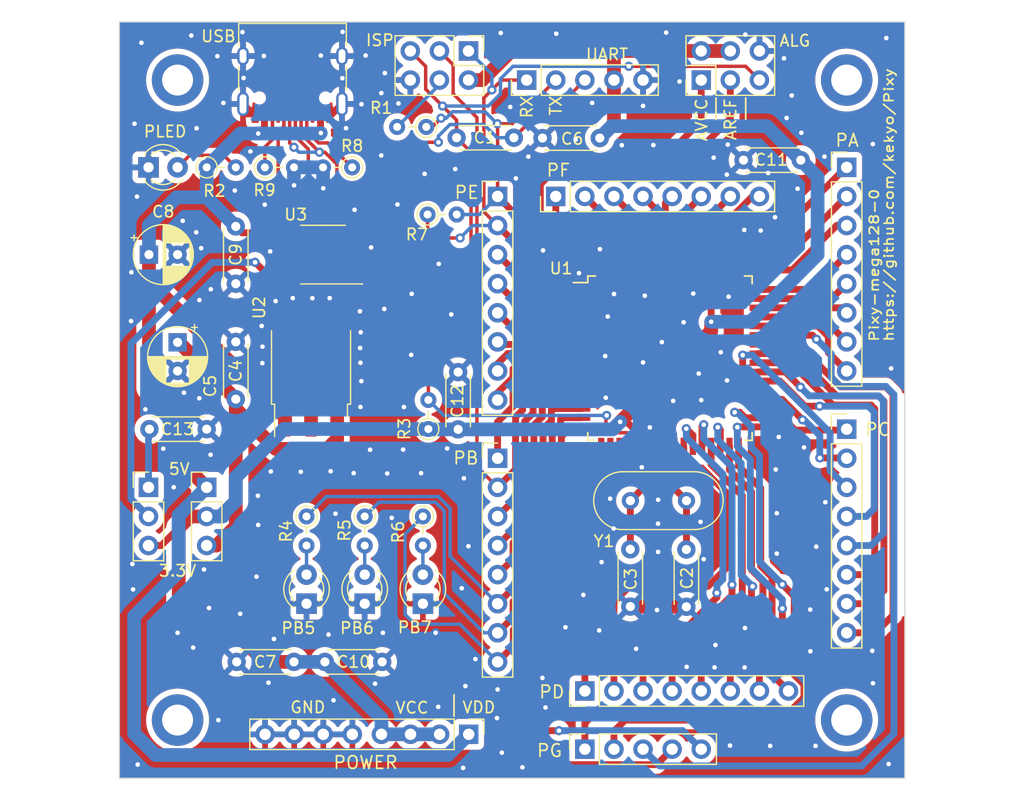
<source format=kicad_pcb>
(kicad_pcb (version 20221018) (generator pcbnew)
  (title_block (title "Pixy-mega128") (company "Kouji Matsui @kekyo@sdf.org @kekyo@mastodon.cloud"))
  (layers (0 "F.Cu" signal) (31 "B.Cu" signal) (34 "B.Paste" user) (35 "F.Paste" user) (36 "B.SilkS" user "B.Silkscreen") (37 "F.SilkS" user "F.Silkscreen") (38 "B.Mask" user) (39 "F.Mask" user) (44 "Edge.Cuts" user))
  (net 0 "")
  (net 1 "/DTR")
  (net 2 "/{slash}RESET")
  (net 3 "Net-(U1-XTAL1)")
  (net 4 "GND")
  (net 5 "Net-(U1-XTAL2)")
  (net 6 "Net-(J12-P2)")
  (net 7 "VCC")
  (net 8 "VDD")
  (net 9 "Net-(J13-P0)")
  (net 10 "Net-(D1-A)")
  (net 11 "Net-(D2-A)")
  (net 12 "Net-(D3-A)")
  (net 13 "Net-(D4-A)")
  (net 14 "/PE1")
  (net 15 "/PB1")
  (net 16 "Net-(J1-MOSI)")
  (net 17 "/PE0")
  (net 18 "/PA0")
  (net 19 "/PA1")
  (net 20 "/PA2")
  (net 21 "/PA3")
  (net 22 "/PA4")
  (net 23 "/PA5")
  (net 24 "/PA6")
  (net 25 "/PA7")
  (net 26 "/PB0")
  (net 27 "/PB2")
  (net 28 "/PB3")
  (net 29 "/PB4")
  (net 30 "/PB5")
  (net 31 "/PB6")
  (net 32 "/PB7")
  (net 33 "/PC0")
  (net 34 "/PC1")
  (net 35 "/PC2")
  (net 36 "/PC3")
  (net 37 "/PC4")
  (net 38 "/PC5")
  (net 39 "/PC6")
  (net 40 "/PC7")
  (net 41 "/PD0")
  (net 42 "/PD1")
  (net 43 "/PD2")
  (net 44 "/PD3")
  (net 45 "/PD4")
  (net 46 "/PD5")
  (net 47 "/PD6")
  (net 48 "/PD7")
  (net 49 "/PE2")
  (net 50 "/PE3")
  (net 51 "/PE4")
  (net 52 "/PE5")
  (net 53 "/PE6")
  (net 54 "/PE7")
  (net 55 "/PF0")
  (net 56 "/PF1")
  (net 57 "/PF2")
  (net 58 "/PF3")
  (net 59 "/PF4")
  (net 60 "/PF5")
  (net 61 "/PF6")
  (net 62 "/PF7")
  (net 63 "/PG0")
  (net 64 "/PG1")
  (net 65 "/PG2")
  (net 66 "/PG3")
  (net 67 "/PG4")
  (net 68 "/AVCC")
  (net 69 "/AREF")
  (net 70 "Net-(J11-CC1)")
  (net 71 "Net-(U3-UD+)")
  (net 72 "Net-(U3-UD-)")
  (net 74 "Net-(J11-CC2)")
  (net 76 "Net-(J13-P1)")
  (net 79 "Net-(U3-TXD)")
  (footprint "kekyo:PinHeader_1x08_P2.54mm_Vertical" (layer "F.Cu") (at 81.28 30.48)
    (fp_text reference "J3" hide)
    (fp_text value "PA_Header")
  )
  (footprint "kekyo:PinHeader_1x08_P2.54mm_Vertical" (layer "F.Cu") (at 50.8 55.88)
    (fp_text reference "J4" hide)
    (fp_text value "PB_Header")
  )
  (footprint "kekyo:C_Disc_D4.3mm_W1.9mm_P5.00mm" (layer "F.Cu") (at 52.221606 27.891503 180)
    (fp_text reference "C1")
    (fp_text value "0.1u")
  )
  (footprint "kekyo:LED_D3.0mm" (layer "F.Cu") (at 39.198295 68.58 90)
    (fp_text reference "D3" hide)
    (fp_text value "PB6")
  )
  (footprint "kekyo:C_Disc_D4.3mm_W1.9mm_P5.00mm" (layer "F.Cu") (at 35.72 73.66)
    (fp_text reference "C10")
    (fp_text value "0.1u")
  )
  (footprint "kekyo:SOP-8_3.9x4.9mm_P1.27mm" (layer "F.Cu") (at 35.56 38.1 180)
    (fp_text reference "U3")
    (fp_text value "CH340N")
  )
  (footprint "MountingHole:MountingHole_2.7mm_M2.5_ISO7380_Pad" (layer "F.Cu") (at 81.28 78.74)
    (fp_text reference "REF4" hide)
    (fp_text value "MountingHole_2.7mm_M2.5_ISO7380_Pad")
  )
  (footprint "kekyo:C_Disc_D4.3mm_W1.9mm_P5.00mm" (layer "F.Cu") (at 67.284504 63.84946 -90)
    (fp_text reference "C2")
    (fp_text value "22p")
  )
  (footprint "kekyo:R_Axial_DIN0204_L3.6mm_D1.6mm_P2.54mm_Vertical" (layer "F.Cu") (at 30.48 30.48)
    (fp_text reference "R9")
    (fp_text value "5.1k")
  )
  (footprint "kekyo:R_Axial_DIN0204_L3.6mm_D1.6mm_P2.54mm_Vertical" (layer "F.Cu") (at 38.1 30.48 180)
    (fp_text reference "R8")
    (fp_text value "5.1k")
  )
  (footprint "kekyo:R_Axial_DIN0204_L3.6mm_D1.6mm_P2.54mm_Vertical" (layer "F.Cu") (at 44.688114 34.598021)
    (fp_text reference "R7")
    (fp_text value "1k")
  )
  (footprint "kekyo:PinHeader_2x03_P2.54mm_Vertical" (layer "F.Cu") (at 68.58 22.86 90)
    (fp_text reference "J14" hide)
    (fp_text value "Socket2x3")
  )
  (footprint "MountingHole:MountingHole_2.7mm_M2.5_ISO7380_Pad" (layer "F.Cu") (at 22.86 22.86)
    (fp_text reference "REF1" hide)
    (fp_text value "MountingHole_2.7mm_M2.5_ISO7380_Pad")
  )
  (footprint "kekyo:C_Disc_D4.3mm_W1.9mm_P5.00mm" (layer "F.Cu") (at 59.72053 27.922545 180)
    (fp_text reference "C6")
    (fp_text value "0.1u")
  )
  (footprint "kekyo:PinHeader_2x03_P2.54mm_Vertical" (layer "F.Cu") (at 48.26 20.32 -90)
    (fp_text reference "J1" hide)
    (fp_text value "AVR_ISP")
  )
  (footprint "kekyo:CP_Radial_D5.0mm_P2.50mm" (layer "F.Cu") (at 20.36 38.1)
    (fp_text reference "C8")
    (fp_text value "100u")
  )
  (footprint "kekyo:LED_D3.0mm" (layer "F.Cu") (at 20.32 30.48)
    (fp_text reference "D1" hide)
    (fp_text value "POWER")
  )
  (footprint "kekyo:C_Disc_D4.3mm_W1.9mm_P5.00mm" (layer "F.Cu") (at 77.270653 29.851592 180)
    (fp_text reference "C11")
    (fp_text value "0.1u")
  )
  (footprint "kekyo:C_Disc_D4.3mm_W1.9mm_P5.00mm" (layer "F.Cu") (at 62.388252 63.8307 -90)
    (fp_text reference "C3")
    (fp_text value "22p")
  )
  (footprint "kekyo:C_Disc_D4.3mm_W1.9mm_P5.00mm" (layer "F.Cu") (at 47.356001 53.359149 90)
    (fp_text reference "C12")
    (fp_text value "0.1u")
  )
  (footprint "kekyo:PinHeader_1x08_P2.54mm_Vertical" (layer "F.Cu") (at 48.278264 79.983973 -90)
    (fp_text reference "J10" hide)
    (fp_text value "Power_Header")
  )
  (footprint "kekyo:LED_D3.0mm" (layer "F.Cu") (at 34.118295 68.58 90)
    (fp_text reference "D2" hide)
    (fp_text value "PB5")
  )
  (footprint "kekyo:R_Axial_DIN0204_L3.6mm_D1.6mm_P2.54mm_Vertical" (layer "F.Cu") (at 44.278295 60.96 -90)
    (fp_text reference "R6")
    (fp_text value "2k")
  )
  (footprint "kekyo:R_Axial_DIN0204_L3.6mm_D1.6mm_P2.54mm_Vertical" (layer "F.Cu") (at 39.198295 60.96 -90)
    (fp_text reference "R5")
    (fp_text value "2k")
  )
  (footprint "kekyo:PinHeader_1x08_P2.54mm_Vertical" (layer "F.Cu") (at 50.8 33.02)
    (fp_text reference "J7" hide)
    (fp_text value "PE_Header")
  )
  (footprint "kekyo:Crystal_HC18-U_Vertical" (layer "F.Cu") (at 62.393884 59.583529)
    (fp_text reference "Y1")
    (fp_text value "16M")
  )
  (footprint "MountingHole:MountingHole_2.7mm_M2.5_ISO7380_Pad" (layer "F.Cu") (at 81.28 22.86)
    (fp_text reference "REF2" hide)
    (fp_text value "MountingHole_2.7mm_M2.5_ISO7380_Pad")
  )
  (footprint "kekyo:USB_C_Receptacle_HRO_TYPE-C-31-M-12" (layer "F.Cu") (at 32.89255 21.81683 180)
    (fp_text reference "J11" hide)
    (fp_text value "USB_C_Receptacle_USB2.0")
  )
  (footprint "kekyo:R_Axial_DIN0204_L3.6mm_D1.6mm_P2.54mm_Vertical" (layer "F.Cu") (at 25.4 30.48)
    (fp_text reference "R2")
    (fp_text value "2k")
  )
  (footprint "kekyo:LED_D3.0mm" (layer "F.Cu") (at 44.278295 68.58 90)
    (fp_text reference "D4" hide)
    (fp_text value "PB7")
  )
  (footprint "kekyo:PinHeader_1x03_P2.54mm_Vertical" (layer "F.Cu") (at 25.4 58.42)
    (fp_text reference "J12" hide)
    (fp_text value "Header3")
  )
  (footprint "kekyo:PinHeader_1x08_P2.54mm_Vertical" (layer "F.Cu") (at 55.88 33.02 90)
    (fp_text reference "J8" hide)
    (fp_text value "PF_Header")
  )
  (footprint "kekyo:TO-252-3_TabPin4" (layer "F.Cu") (at 34.510907 47.852586 90)
    (fp_text reference "U2")
    (fp_text value "NJM2391")
  )
  (footprint "kekyo:C_Disc_D4.3mm_W1.9mm_P5.00mm" (layer "F.Cu") (at 33.02 73.66 180)
    (fp_text reference "C7")
    (fp_text value "0.1u")
  )
  (footprint "kekyo:R_Axial_DIN0204_L3.6mm_D1.6mm_P2.54mm_Vertical" (layer "F.Cu") (at 44.755223 53.328337 90)
    (fp_text reference "R3")
    (fp_text value "10k")
  )
  (footprint "kekyo:C_Disc_D4.3mm_W1.9mm_P5.00mm" (layer "F.Cu") (at 27.94 35.64 -90)
    (fp_text reference "C9")
    (fp_text value "0.1u")
  )
  (footprint "kekyo:PinSocket_1x05_P2.54mm_Vertical" (layer "F.Cu") (at 58.42 81.28 90)
    (fp_text reference "J9" hide)
    (fp_text value "PG_Header")
  )
  (footprint "kekyo:PinHeader_1x05_P2.54mm_Vertical" (layer "F.Cu") (at 53.34 22.86 90)
    (fp_text reference "J2" hide)
    (fp_text value "AVR_UART")
  )
  (footprint "kekyo:QFP-64_AVR128" (layer "F.Cu") (at 65.848797 47.141459)
    (fp_text reference "U1")
    (fp_text value "ATmega128-16A")
  )
  (footprint "kekyo:PinHeader_1x08_P2.54mm_Vertical" (layer "F.Cu") (at 58.42 76.2 90)
    (fp_text reference "J6" hide)
    (fp_text value "PD_Header")
  )
  (footprint "kekyo:R_Axial_DIN0204_L3.6mm_D1.6mm_P2.54mm_Vertical" (layer "F.Cu") (at 34.118295 60.96 -90)
    (fp_text reference "R4")
    (fp_text value "2k")
  )
  (footprint "kekyo:R_Axial_DIN0204_L3.6mm_D1.6mm_P2.54mm_Vertical" (layer "F.Cu") (at 44.569622 26.950914 180)
    (fp_text reference "R1")
    (fp_text value "1k")
  )
  (footprint "kekyo:PinHeader_1x08_P2.54mm_Vertical" (layer "F.Cu") (at 81.28 53.34)
    (fp_text reference "J5" hide)
    (fp_text value "PC_Header")
  )
  (footprint "kekyo:C_Disc_D4.3mm_W1.9mm_P5.00mm" (layer "F.Cu") (at 20.4 53.34)
    (fp_text reference "C13")
    (fp_text value "0.1u")
  )
  (footprint "kekyo:CP_Radial_D5.0mm_P2.50mm" (layer "F.Cu") (at 22.86 45.76 -90)
    (fp_text reference "C4")
    (fp_text value "100u")
  )
  (footprint "MountingHole:MountingHole_2.7mm_M2.5_ISO7380_Pad" (layer "F.Cu") (at 22.86 78.74)
    (fp_text reference "REF3" hide)
    (fp_text value "MountingHole_2.7mm_M2.5_ISO7380_Pad")
  )
  (footprint "kekyo:PinHeader_1x03_P2.54mm_Vertical" (layer "F.Cu") (at 20.32 58.42)
    (fp_text reference "J13" hide)
    (fp_text value "Header3")
  )
  (footprint "kekyo:C_Disc_D4.3mm_W1.9mm_P5.00mm" (layer "F.Cu") (at 27.94 50.72 90)
    (fp_text reference "C5")
    (fp_text value "0.1u")
  )
  (gr_line (start 72.46462 24.421693) (end 72.46462 26.285041) (stroke (width 0.15)) (layer "F.SilkS"))
  (gr_line (start 69.870231 24.438217) (end 69.870231 26.301565) (stroke (width 0.15)) (layer "F.SilkS"))
  (gr_line (start 46.995023 76.535406) (end 46.995023 78.398754) (stroke (width 0.15)) (layer "F.SilkS"))
  (gr_line (start 17.78 83.82) (end 86.36 83.82) (stroke (width 0.1)) (layer "Edge.Cuts"))
  (gr_line (start 17.78 17.78) (end 20.32 17.78) (stroke (width 0.1)) (layer "Edge.Cuts"))
  (gr_line (start 17.78 17.78) (end 17.78 83.82) (stroke (width 0.1)) (layer "Edge.Cuts"))
  (gr_line (start 86.36 83.82) (end 86.36 17.78) (stroke (width 0.1)) (layer "Edge.Cuts"))
  (gr_line (start 86.36 17.78) (end 20.32 17.78) (stroke (width 0.1)) (layer "Edge.Cuts"))
  (gr_text "PG" (at 54.138652 82.053149) (layer "F.SilkS") (effects (font (size 1.1 1.1)) (justify left bottom)))
  (gr_text "Pixy-mega128-0\nhttps://github.com/kekyo/Pixy" (at 85.441186 45.789328 90) (layer "F.SilkS") (effects (font (size 0.8 1) (thickness 0.15) bold) (justify left bottom)))
  (gr_text "VDD\n" (at 47.641858 78.220442) (layer "F.SilkS") (effects (font (size 1 1)) (justify left bottom)))
  (gr_text "3.3V" (at 21.141563 66.291227) (layer "F.SilkS") (effects (font (size 1 1)) (justify left bottom)))
  (gr_text "PE" (at 46.954392 33.314949) (layer "F.SilkS") (effects (font (size 1.1 1.1)) (justify left bottom)))
  (gr_text "PB6" (at 36.952894 71.29883) (layer "F.SilkS") (effects (font (size 1 1)) (justify left bottom)))
  (gr_text "PC" (at 82.792599 54.017229) (layer "F.SilkS") (effects (font (size 1.1 1.1)) (justify left bottom)))
  (gr_text "PB5" (at 31.830216 71.29883) (layer "F.SilkS") (effects (font (size 1 1)) (justify left bottom)))
  (gr_text "VCC" (at 41.800412 78.250019) (layer "F.SilkS") (effects (font (size 1 1)) (justify left bottom)))
  (gr_text "ISP" (at 39.210851 19.973151) (layer "F.SilkS") (effects (font (size 1 1)) (justify left bottom)))
  (gr_text "PB7" (at 41.992948 71.232731) (layer "F.SilkS") (effects (font (size 1 1)) (justify left bottom)))
  (gr_text "TX" (at 56.472443 26.046357 90) (layer "F.SilkS") (effects (font (size 1 1)) (justify left bottom)))
  (gr_text "5V" (at 21.99798 57.404806) (layer "F.SilkS") (effects (font (size 1 1)) (justify left bottom)))
  (gr_text "PF" (at 54.981416 31.384907) (layer "F.SilkS") (effects (font (size 1.1 1.1)) (justify left bottom)))
  (gr_text "ALG" (at 75.325043 20.007366) (layer "F.SilkS") (effects (font (size 1 1)) (justify left bottom)))
  (gr_text "GND" (at 32.609539 78.210203) (layer "F.SilkS") (effects (font (size 1 1)) (justify left bottom)))
  (gr_text "PA" (at 80.198211 28.770689) (layer "F.SilkS") (effects (font (size 1.1 1.1)) (justify left bottom)))
  (gr_text "POWER" (at 36.374527 83.09421) (layer "F.SilkS") (effects (font (size 1.1 1.1)) (justify left bottom)))
  (gr_text "AVCC" (at 69.192716 28.294775 90) (layer "F.SilkS") (effects (font (size 1 1)) (justify left bottom)))
  (gr_text "PD" (at 54.33695 76.930471) (layer "F.SilkS") (effects (font (size 1.1 1.1)) (justify left bottom)))
  (gr_text "AREF" (at 71.721005 28.195627 90) (layer "F.SilkS") (effects (font (size 1 1)) (justify left bottom)))
  (gr_text "USB" (at 24.823715 19.625882) (layer "F.SilkS") (effects (font (size 1 1)) (justify left bottom)))
  (gr_text "PB" (at 46.834705 56.509163) (layer "F.SilkS") (effects (font (size 1.1 1.1)) (justify left bottom)))
  (gr_text "RX" (at 53.940514 26.285863 90) (layer "F.SilkS") (effects (font (size 1 1)) (justify left bottom)))
  (gr_text "PLED" (at 19.81671 27.94) (layer "F.SilkS") (effects (font (size 1 1)) (justify left bottom)))
  (gr_text "UART" (at 58.42 21.21226) (layer "F.SilkS") (effects (font (size 1 1)) (justify left bottom)))
  (segment (start 56.788272 24.491728) (end 58.42 22.86) (width 0.3) (layer "F.Cu") (net 1))
  (segment (start 40.106153 34.273847) (end 38.185 36.195) (width 0.3) (layer "F.Cu") (net 1))
  (segment (start 45.633614 28.290466) (end 44.583826 28.290466) (width 0.3) (layer "F.Cu") (net 1))
  (segment (start 55.621381 24.491728) (end 56.788272 24.491728) (width 0.3) (layer "F.Cu") (net 1))
  (segment (start 44.583826 28.290466) (end 40.130541 32.743751) (width 0.3) (layer "F.Cu") (net 1))
  (segment (start 40.130541 32.743751) (end 40.130541 34.273847) (width 0.3) (layer "F.Cu") (net 1))
  (segment (start 40.130541 34.273847) (end 40.106153 34.273847) (width 0.3) (layer "F.Cu") (net 1))
  (segment (start 52.221606 27.891503) (end 55.621381 24.491728) (width 0.3) (layer "F.Cu") (net 1))
  (via (at 45.633614 28.290466) (size 0.8) (drill 0.4) (layers "F.Cu" "B.Cu") (net 1))
  (segment (start 49.601503 26.741503) (end 50.751503 27.891503) (width 0.3) (layer "B.Cu") (net 1))
  (segment (start 50.751503 27.891503) (end 52.221606 27.891503) (width 0.3) (layer "B.Cu") (net 1))
  (segment (start 46.644507 26.741503) (end 49.601503 26.741503) (width 0.3) (layer "B.Cu") (net 1))
  (segment (start 45.633614 27.752396) (end 46.644507 26.741503) (width 0.3) (layer "B.Cu") (net 1))
  (segment (start 45.633614 28.290466) (end 45.633614 27.752396) (width 0.3) (layer "B.Cu") (net 1))
  (segment (start 62.248797 53.791459) (end 62.109584 53.652246) (width 0.3) (layer "F.Cu") (net 2))
  (segment (start 48.478511 43.925319) (end 48.478511 29.148408) (width 0.3) (layer "F.Cu") (net 2))
  (segment (start 44.755223 47.648607) (end 48.478511 43.925319) (width 0.3) (layer "F.Cu") (net 2))
  (segment (start 44.52 23.655237) (end 44.52 21.66) (width 0.3) (layer "F.Cu") (net 2))
  (segment (start 72.46 21.66) (end 73.66 22.86) (width 0.3) (layer "F.Cu") (net 2))
  (segment (start 48.478511 29.148408) (end 47.221606 27.891503) (width 0.3) (layer "F.Cu") (net 2))
  (segment (start 47.221606 27.891503) (end 47.221606 26.356843) (width 0.3) (layer "F.Cu") (net 2))
  (segment (start 44.52 21.66) (end 43.18 20.32) (width 0.3) (layer "F.Cu") (net 2))
  (segment (start 60.261622 52.911782) (end 60.261622 52.202585) (width 0.3) (layer "F.Cu") (net 2))
  (segment (start 45.992382 25.127618) (end 44.52 23.655237) (width 0.3) (layer "F.Cu") (net 2))
  (segment (start 60.261622 52.202585) (end 60.323707 52.1405) (width 0.3) (layer "F.Cu") (net 2))
  (segment (start 62.256321 21.66) (end 72.46 21.66) (width 0.3) (layer "F.Cu") (net 2))
  (segment (start 47.221606 26.356843) (end 45.992382 25.127618) (width 0.3) (layer "F.Cu") (net 2))
  (segment (start 61.002086 53.652246) (end 60.261622 52.911782) (width 0.3) (layer "F.Cu") (net 2))
  (segment (start 44.755223 50.788337) (end 44.755223 47.648607) (width 0.3) (layer "F.Cu") (net 2))
  (segment (start 62.109584 53.652246) (end 61.002086 53.652246) (width 0.3) (layer "F.Cu") (net 2))
  (segment (start 62.248797 54.841459) (end 62.248797 53.791459) (width 0.3) (layer "F.Cu") (net 2))
  (via (at 45.992382 25.127618) (size 0.8) (drill 0.4) (layers "F.Cu" "B.Cu") (net 2))
  (via (at 62.256321 21.66) (size 0.8) (drill 0.4) (layers "F.Cu" "B.Cu") (net 2))
  (via (at 60.323707 52.1405) (size 0.8) (drill 0.4) (layers "F.Cu" "B.Cu") (net 2))
  (segment (start 60.323707 52.1405) (end 46.107386 52.1405) (width 0.3) (layer "B.Cu") (net 2))
  (segment (start 52.14 21.66) (end 62.256321 21.66) (width 0.3) (layer "B.Cu") (net 2))
  (segment (start 46.107386 52.1405) (end 44.755223 50.788337) (width 0.3) (layer "B.Cu") (net 2))
  (segment (start 45.992382 25.127618) (end 49.985491 25.127618) (width 0.3) (layer "B.Cu") (net 2))
  (segment (start 51.051664 24.061445) (end 51.051664 22.748336) (width 0.3) (layer "B.Cu") (net 2))
  (segment (start 51.051664 22.748336) (end 52.14 21.66) (width 0.3) (layer "B.Cu") (net 2))
  (segment (start 49.985491 25.127618) (end 51.051664 24.061445) (width 0.3) (layer "B.Cu") (net 2))
  (segment (start 67.293884 63.84008) (end 67.284504 63.84946) (width 0.6) (layer "F.Cu") (net 3))
  (segment (start 65.448797 57.738442) (end 67.293884 59.583529) (width 0.6) (layer "F.Cu") (net 3))
  (segment (start 65.448797 54.841459) (end 65.448797 57.738442) (width 0.6) (layer "F.Cu") (net 3))
  (segment (start 67.293884 59.583529) (end 67.293884 63.84008) (width 0.6) (layer "F.Cu") (net 3))
  (segment (start 29.64255 25.86183) (end 29.48755 25.86183) (width 0.6) (layer "F.Cu") (net 4))
  (segment (start 60.648797 39.441459) (end 60.648797 41.224679) (width 0.6) (layer "F.Cu") (net 4))
  (segment (start 67.284504 68.84946) (end 64.99827 68.84946) (width 1.2) (layer "F.Cu") (net 4))
  (segment (start 60.180674 37.623336) (end 60.648797 38.091459) (width 0.6) (layer "F.Cu") (net 4))
  (segment (start 63.848797 56.212594) (end 63.390289 56.671102) (width 0.6) (layer "F.Cu") (net 4))
  (segment (start 63.848797 54.841459) (end 63.848797 53.434638) (width 0.6) (layer "F.Cu") (net 4))
  (segment (start 62.388252 68.8307) (end 64.41542 68.8307) (width 1.2) (layer "F.Cu") (net 4))
  (segment (start 63.848797 54.841459) (end 63.848797 56.212594) (width 0.6) (layer "F.Cu") (net 4))
  (segment (start 43.887106 22.86) (end 43.18 22.86) (width 0.3) (layer "F.Cu") (net 4))
  (segment (start 60.648797 41.224679) (end 60.963267 41.539149) (width 0.6) (layer "F.Cu") (net 4))
  (segment (start 29.48755 25.86183) (end 28.57255 24.94683) (width 0.6) (layer "F.Cu") (net 4))
  (segment (start 63.848797 53.434638) (end 64.095374 53.188061) (width 0.6) (layer "F.Cu") (net 4))
  (segment (start 36.29755 25.86183) (end 37.21255 24.94683) (width 0.6) (layer "F.Cu") (net 4))
  (segment (start 38.185 37.465) (end 39.745594 37.465) (width 0.6) (layer "F.Cu") (net 4))
  (segment (start 64.41542 68.8307) (end 64.716225 69.131505) (width 1.2) (layer "F.Cu") (net 4))
  (segment (start 39.745594 37.465) (end 39.75803 37.477436) (width 0.6) (layer "F.Cu") (net 4))
  (segment (start 68.648797 40.733698) (end 67.885555 41.49694) (width 0.6) (layer "F.Cu") (net 4))
  (segment (start 68.648797 39.441459) (end 68.648797 40.733698) (width 0.6) (layer "F.Cu") (net 4))
  (segment (start 64.99827 68.84946) (end 64.716225 69.131505) (width 1.2) (layer "F.Cu") (net 4))
  (segment (start 36.14255 25.86183) (end 36.29755 25.86183) (width 0.6) (layer "F.Cu") (net 4))
  (segment (start 59.733899 37.623336) (end 60.180674 37.623336) (width 0.6) (layer "F.Cu") (net 4))
  (segment (start 60.648797 38.091459) (end 60.648797 39.441459) (width 0.6) (layer "F.Cu") (net 4))
  (via (at 75.348291 54.020001) (size 0.8) (drill 0.4) (layers "F.Cu" "B.Cu") (net 4))
  (via (at 28.623307 22.67909) (size 0.8) (drill 0.4) (layers "F.Cu" "B.Cu") (net 4))
  (via (at 33.030347 32.052821) (size 0.8) (drill 0.4) (layers "F.Cu" "B.Cu") (net 4))
  (via (at 30.941952 37.818904) (size 0.8) (drill 0.4) (layers "F.Cu" "B.Cu") (net 4))
  (via (at 23.414138 50.155206) (size 0.8) (drill 0.4) (layers "F.Cu" "B.Cu") (net 4))
  (via (at 64.817114 59.502112) (size 0.8) (drill 0.4) (layers "F.Cu" "B.Cu") (net 4))
  (via (at 75.177558 60.678624) (size 0.8) (drill 0.4) (layers "F.Cu" "B.Cu") (net 4))
  (via (at 30.793901 75.4737) (size 0.8) (drill 0.4) (layers "F.Cu" "B.Cu") (net 4))
  (via (at 76.035719 26.170945) (size 0.8) (drill 0.4) (layers "F.Cu" "B.Cu") (net 4))
  (via (at 64.095374 53.188061) (size 0.8) (drill 0.4) (layers "F.Cu" "B.Cu") (net 4))
  (via (at 40.787329 71.12) (size 0.8) (drill 0.4) (layers "F.Cu" "B.Cu") (net 4))
  (via (at 50.742891 78.565502) (size 0.8) (drill 0.4) (layers "F.Cu" "B.Cu") (net 4))
  (via (at 25.757849 41.124934) (size 0.8) (drill 0.4) (layers "F.Cu" "B.Cu") (net 4))
  (via (at 78.623278 63.596621) (size 0.8) (drill 0.4) (layers "F.Cu" "B.Cu") (net 4))
  (via (at 24.058788 18.973643) (size 0.8) (drill 0.4) (layers "F.Cu" "B.Cu") (net 4))
  (via (at 40.906008 42.844786) (size 0.8) (drill 0.4) (layers "F.Cu" "B.Cu") (net 4))
  (via (at 72.430294 18.889169) (size 0.8) (drill 0.4) (layers "F.Cu" "B.Cu") (net 4))
  (via (at 69.822721 72.18609) (size 0.8) (drill 0.4) (layers "F.Cu" "B.Cu") (net 4))
  (via (at 36.141575 41.897893) (size 0.8) (drill 0.4) (layers "F.Cu" "B.Cu") (net 4))
  (via (at 60.199537 46.957825) (size 0.8) (drill 0.4) (layers "F.Cu" "B.Cu") (net 4))
  (via (at 38.824656 47.542093) (size 0.8) (drill 0.4) (layers "F.Cu" "B.Cu") (net 4))
  (via (at 39.276871 20.711365) (size 0.8) (drill 0.4) (layers "F.Cu" "B.Cu") (net 4))
  (via (at 66.12866 50.869184) (size 0.8) (drill 0.4) (layers "F.Cu" "B.Cu") (net 4))
  (via (at 19.313249 33.033458) (size 0.8) (drill 0.4) (layers "F.Cu" "B.Cu") (net 4))
  (via (at 30.199186 44.329849) (size 0.8) (drill 0.4) (layers "F.Cu" "B.Cu") (net 4))
  (via (at 25.163384 65.588131) (size 0.8) (drill 0.4) (layers "F.Cu" "B.Cu") (net 4))
  (via (at 23.305489 35.149246) (size 0.8) (drill 0.4) (layers "F.Cu" "B.Cu") (net 4))
  (via (at 30.274537 46.135198) (size 0.8) (drill 0.4) (layers "F.Cu" "B.Cu") (net 4))
  (via (at 47.988564 75.773538) (size 0.8) (drill 0.4) (layers "F.Cu" "B.Cu") (net 4))
  (via (at 67.308276 74.095205) (size 0.8) (drill 0.4) (layers "F.Cu" "B.Cu") (net 4))
  (via (at 51.906209 25.210248) (size 0.8) (drill 0.4) (layers "F.Cu" "B.Cu") (net 4))
  (via (at 18.972781 67.330274) (size 0.8) (drill 0.4) (layers "F.Cu" "B.Cu") (net 4))
  (via (at 68.518935 61.432957) (size 0.8) (drill 0.4) (layers "F.Cu" "B.Cu") (net 4))
  (via (at 38.78019 43.04957) (size 0.8) (drill 0.4) (layers "F.Cu" "B.Cu") (net 4))
  (via (at 66.685693 22.984092) (size 0.8) (drill 0.4) (layers "F.Cu" "B.Cu") (net 4))
  (via (at 76.481345 24.206755) (size 0.8) (drill 0.4) (layers "F.Cu" "B.Cu") (net 4))
  (via (at 18.912971 65.117705) (size 0.8) (drill 0.4) (layers "F.Cu" "B.Cu") (net 4))
  (via (at 60.963267 41.539149) (size 0.8) (drill 0.4) (layers "F.Cu" "B.Cu") (net 4))
  (via (at 22.521977 58.41072) (size 0.8) (drill 0.4) (layers "F.Cu" "B.Cu") (net 4))
  (via (at 24.218968 72.410901) (size 0.8) (drill 0.4) (layers "F.Cu" "B.Cu") (net 4))
  (via (at 36.224091 57.012675) (size 0.8) (drill 0.4) (layers "F.Cu" "B.Cu") (net 4))
  (via (at 42.055177 33.72129) (size 0.8) (drill 0.4) (layers "F.Cu" "B.Cu") (net 4))
  (via (at 64.809352 64.056051) (size 0.8) (drill 0.4) (layers "F.Cu" "B.Cu") (net 4))
  (via (at 59.671814 70.913346) (size 0.8) (drill 0.4) (layers "F.Cu" "B.Cu") (net 4))
  (via (at 44.429931 31.051632) (size 0.8) (drill 0.4) (layers "F.Cu" "B.Cu") (net 4))
  (via (at 45.661927 38.910032) (size 0.8) (drill 0.4) (layers "F.Cu" "B.Cu") (net 4))
  (via (at 46.396053 55.026669) (size 0.8) (drill 0.4) (layers "F.Cu" "B.Cu") (net 4))
  (via (at 36.473632 77.013386) (size 0.8) (drill 0.4) (layers "F.Cu" "B.Cu") (net 4))
  (via (at 64.716225 69.131505) (size 0.8) (drill 0.4) (layers "F.Cu" "B.Cu") (net 4))
  (via (at 29.871592 59.155193) (size 0.8) (drill 0.4) (layers "F.Cu" "B.Cu") (net 4))
  (via (at 58.290421 67.812197) (size 0.8) (drill 0.4) (layers "F.Cu" "B.Cu") (net 4))
  (via (at 62.900237 72.51514) (size 0.8) (drill 0.4) (layers "F.Cu" "B.Cu") (net 4))
  (via (at 29.219091 29.092849) (size 0.8) (drill 0.4) (layers "F.Cu" "B.Cu") (net 4))
  (via (at 47.857349 57.629248) (size 0.8) (drill 0.4) (layers "F.Cu" "B.Cu") (net 4))
  (via (at 78.095555 69.091149) (size 0.8) (drill 0.4) (layers "F.Cu" "B.Cu") (net 4))
  (via (at 56.722773 70.637067) (size 0.8) (drill 0.4) (layers "F.Cu" "B.Cu") (net 4))
  (via (at 40.647892 23.993442) (size 0.8) (drill 0.4) (layers "F.Cu" "B.Cu") (net 4))
  (via (at 19.378609 82.622588) (size 0.8) (drill 0.4) (layers "F.Cu" "B.Cu") (net 4))
  (via (at 41.556695 61.081726) (size 0.8) (drill 0.4) (layers "F.Cu" "B.Cu") (net 4))
  (via (at 84.940433 82.57292) (size 0.8) (drill 0.4) (layers "F.Cu" "B.Cu") (net 4))
  (via (at 70.813807 31.113988) (size 0.8) (drill 0.4) (layers "F.Cu" "B.Cu") (net 4))
  (via (at 59.057196 24.850988) (size 0.8) (drill 0.4) (layers "F.Cu" "B.Cu") (net 4))
  (via (at 26.332136 20.773451) (size 0.8) (drill 0.4) (layers "F.Cu" "B.Cu") (net 4))
  (via (at 30.388058 20.755709) (size 0.8) (drill 0.4) (layers "F.Cu" "B.Cu") (net 4))
  (via (at 65.141965 45.738952) (size 0.8) (drill 0.4) (layers "F.Cu" "B.Cu") (net 4))
  (via (at 79.539033 67.321725) (size 0.8) (drill 0.4) (layers "F.Cu" "B.Cu") (net 4))
  (via (at 37.248777 22.698918) (size 0.8) (drill 0.4) (layers "F.Cu" "B.Cu") (net 4))
  (via (at 73.773195 35.998013) (size 0.8) (drill 0.4) (layers "F.Cu" "B.Cu") (net 4))
  (via (at 30.258672 47.571836) (size 0.8) (drill 0.4) (layers "F.Cu" "B.Cu") (net 4))
  (via (at 48.866738 73.41461) (size 0.8) (drill 0.4) (layers "F.Cu" "B.Cu") (net 4))
  (via (at 79.340155 29.539097) (size 0.8) (drill 0.4) (layers "F.Cu" "B.Cu") (net 4))
  (via (at 53.485285 29.541721) (size 0.8) (drill 0.4) (layers "F.Cu" "B.Cu") (net 4))
  (via (at 70.896587 28.496068) (size 0.8) (drill 0.4) (layers "F.Cu" "B.Cu") (net 4))
  (via (at 32.913152 41.897893) (size 0.8) (drill 0.4) (layers "F.Cu" "B.Cu") (net 4))
  (via (at 24.756217 50.641314) (size 0.8) (drill 0.4) (layers "F.Cu" "B.Cu") (net 4))
  (via (at 25.602636 68.954562) (size 0.8) (drill 0.4) (layers "F.Cu" "B.Cu") (net 4))
  (via (at 75.804056 20.965393) (size 0.8) (drill 0.4) (layers "F.Cu" "B.Cu") (net 4))
  (via (at 24.919701 37.539521) (size 0.8) (drill 0.4) (layers "F.Cu" "B.Cu") (net 4))
  (via (at 68.798318 64.692423) (size 0.8) (drill 0.4) (layers "F.Cu" "B.Cu") (net 4))
  (via (at 35.577107 32.310515) (size 0.8) (drill 0.4) (layers "F.Cu" "B.Cu") (net 4))
  (via (at 59.882699 64.947696) (size 0.8) (drill 0.4) (layers "F.Cu" "B.Cu") (net 4))
  (via (at 77.322391 27.461317) (size 0.8) (drill 0.4) (layers "F.Cu" "B.Cu") (net 4))
  (via (at 38.904361 49.146323) (size 0.8) (drill 0.4) (layers "F.Cu" "B.Cu") (net 4))
  (via (at 47.790597 82.913624) (size 0.8) (drill 0.4) (layers "F.Cu" "B.Cu") (net 4))
  (via (at 43.296879 41.528486) (size 0.8) (drill 0.4) (layers "F.Cu" "B.Cu") (net 4))
  (via (at 38.314553 34.186928) (size 0.8) (drill 0.4) (layers "F.Cu" "B.Cu") (net 4))
  (via (at 37.268605 18.653871) (size 0.8) (drill 0.4) (layers "F.Cu" "B.Cu") (net 4))
  (via (at 24.48853 36.150525) (size 0.8) (drill 0.4) (layers "F.Cu" "B.Cu") (net 4))
  (via (at 29.897387 61.702424) (size 0.8) (drill 0.4) (layers "F.Cu" "B.Cu") (net 4))
  (via (at 63.653019 41.69146) (size 0.8) (drill 0.4) (layers "F.Cu" "B.Cu") (net 4))
  (via (at 19.100272 26.668689) (size 0.8) (drill 0.4) (layers "F.Cu" "B.Cu") (net 4))
  (via (at 25.742328 55.572127) (size 0.8) (drill 0.4) (layers "F.Cu" "B.Cu") (net 4))
  (via (at 21.611396 55.037432) (size 0.8) (drill 0.4) (layers "F.Cu" "B.Cu") (net 4))
  (via (at 50.8 76.068216) (size 0.8) (drill 0.4) (layers "F.Cu" "B.Cu") (net 4))
  (via (at 39.75803 37.477436) (size 0.8) (drill 0.4) (layers "F.Cu" "B.Cu") (net 4))
  (via (at 33.616659 57.065898) (size 0.8) (drill 0.4) (layers "F.Cu" "B.Cu") (net 4))
  (via (at 27.85322 32.507527) (size 0.8) (drill 0.4) (layers "F.Cu" "B.Cu") (net 4))
  (via (at 51.170761 81.582899) (size 0.8) (drill 0.4) (layers "F.Cu" "B.Cu") (net 4))
  (via (at 48.256235 63.56378) (size 0.8) (drill 0.4) (layers "F.Cu" "B.Cu") (net 4))
  (via (at 76.99127 32.343272) (size 0.8) (drill 0.4) (layers "F.Cu" "B.Cu") (net 4))
  (via (at 57.902389 39.718707) (size 0.8) (drill 0.4) (layers "F.Cu" "B.Cu") (net 4))
  (via (at 43.256862 46.854199) (size 0.8) (drill 0.4) (layers "F.Cu" "B.Cu") (net 4))
  (via (at 85.160205 48.034218) (size 0.8) (drill 0.4) (layers "F.Cu" "B.Cu") (net 4))
  (via (at 72.399251 70.696048) (size 0.8) (drill 0.4) (layers "F.Cu" "B.Cu") (net 4))
  (via (at 70.831603 49.084238) (size 0.8) (drill 0.4) (layers "F.Cu" "B.Cu") (net 4))
  (via (at 18.827916 39.640337) (size 0.8) (drill 0.4) (layers "F.Cu" "B.Cu") (net 4))
  (via (at 77.552311 54.935755) (size 0.8) (drill 0.4) (layers "F.Cu" "B.Cu") (net 4))
  (via (at 45.389974 71.12) (size 0.8) (drill 0.4) (layers "F.Cu" "B.Cu") (net 4))
  (via (at 35.365053 20.716052) (size 0.8) (drill 0.4) (layers "F.Cu" "B.Cu") (net 4))
  (via (at 78.111077 72.738647) (size 0.8) (drill 0.4) (layers "F.Cu" "B.Cu") (net 4))
  (via (at 38.845711 44.882107) (size 0.8) (drill 0.4) (layers "F.Cu" "B.Cu") (net 4))
  (via (at 46.756815 43.323799) (size 0.8) (drill 0.4) (layers "F.Cu" "B.Cu") (net 4))
  (via (at 63.5 25.115048) (size 0.8) (drill 0.4) (layers "F.Cu" "B.Cu") (net 4))
  (via (at 40.103998 75.562777) (size 0.8) (drill 0.4) (layers "F.Cu" "B.Cu") (net 4))
  (via (at 59.733899 37.623336) (size 0.8) (drill 0.4) (layers "F.Cu" "B.Cu") (net 4))
  (via (at 63.5 47.511733) (size 0.8) (drill 0.4) (layers "F.Cu" "B.Cu") (net 4))
  (via (at 64.39835 28.537458) (size 0.8) (drill 0.4) (layers "F.Cu" "B.Cu") (net 4))
  (via (at 52.395239 31.445108) (size 0.8) (drill 0.4) (layers "F.Cu" "B.Cu") (net 4))
  (via (at 60.2461 50.59601) (size 0.8) (drill 0.4) (layers "F.Cu" "B.Cu") (net 4))
  (via (at 78.561193 80.99596) (size 0.8) (drill 0.4) (layers "F.Cu" "B.Cu") (net 4))
  (via (at 69.745115 74.141769) (size 0.8) (drill 0.4) (layers "F.Cu" "B.Cu") (net 4))
  (via (at 60.626372 59.408985) (size 0.8) (drill 0.4) (layers "F.Cu" "B.Cu") (net 4))
  (via (at 39.668788 55.138913) (size 0.8) (drill 0.4) (layers "F.Cu" "B.Cu") (net 4))
  (via (at 61.645913 28.547806) (size 0.8) (drill 0.4) (layers "F.Cu" "B.Cu") (net 4))
  (via (at 38.795712 46.259368) (size 0.8) (drill 0.4) (layers "F.Cu" "B.Cu") (net 4))
  (via (at 54.767094 37.731985) (size 0.8) (drill 0.4) (layers "F.Cu" "B.Cu") (net 4))
  (via (at 83.56305 28.445411) (size 0.8) (drill 0.4) (layers "F.Cu" "B.Cu") (net 4))
  (via (at 31.000695 57.033848) (size 0.8) (drill 0.4) (layers "F.Cu" "B.Cu") (net 4))
  (via (at 54.985582 77.64169) (size 0.8) (drill 0.4) (layers "F.Cu" "B.Cu") (net 4))
  (via (at 70.288359 46.622566) (size 0.8) (drill 0.4) (layers "F.Cu" "B.Cu") (net 4))
  (via (at 72.368209 74.141769) (size 0.8) (drill 0.4) (layers "F.Cu" "B.Cu") (net 4))
  (via (at 64.809352 61.58817) (size 0.8) (drill 0.4) (layers "F.Cu" "B.Cu") (net 4))
  (via (at 42.551858 55.122011) (size 0.8) (drill 0.4) (layers "F.Cu" "B.Cu") (net 4))
  (via (at 19.699908 19.60152) (size 0.8) (drill 0.4) (layers "F.Cu" "B.Cu") (net 4))
  (via (at 28.524164 18.673699) (size 0.8) (drill 0.4) (layers "F.Cu" "B.Cu") (net 4))
  (via (at 55.923429 18.805355) (size 0.8) (drill 0.4) (layers "F.Cu" "B.Cu") (net 4))
  (via (at 36.641628 60.719563) (size 0.8) (drill 0.4) (layers "F.Cu" "B.Cu") (net 4))
  (via (at 45.615837 77.587496) (size 0.8) (drill 0.4) (layers "F.Cu" "B.Cu") (net 4))
  (via (at 29.749655 66.218795) (size 0.8) (drill 0.4) (layers "F.Cu" "B.Cu") (net 4))
  (via (at 22.86 71.12) (size 0.8) (drill 0.4) (layers "F.Cu" "B.Cu") (net 4))
  (via (at 31.418649 42.15861) (size 0.8) (drill 0.4) (layers "F.Cu" "B.Cu") (net 4))
  (via (at 24.764488 42.071731) (size 0.8) (drill 0.4) (layers "F.Cu" "B.Cu") (net 4))
  (via (at 83.574562 75.526266) (size 0.8) (drill 0.4) (layers "F.Cu" "B.Cu") (net 4))
  (via (at 75.177558 64.201951) (size 0.8) (drill 0.4) (layers "F.Cu" "B.Cu") (net 4))
  (via (at 24.518273 27.067013) (size 0.8) (drill 0.4) (layers "F.Cu" "B.Cu") (net 4))
  (via (at 79.414863 59.716305) (size 0.8) (drill 0.4) (layers "F.Cu" "B.Cu") (net 4))
  (via (at 38.824607 51.40341) (size 0.8) (drill 0.4) (layers "F.Cu" "B.Cu") (net 4))
  (via (at 71.095465 80.964917) (size 0.8) (drill 0.4) (layers "F.Cu" "B.Cu") (net 4))
  (via (at 74.603271 80.99596) (size 0.8) (drill 0.4) (layers "F.Cu" "B.Cu") (net 4))
  (via (at 34.624804 41.906368) (size 0.8) (drill 0.4) (layers "F.Cu" "B.Cu") (net 4))
  (via (at 47.098967 30.626522) (size 0.8) (drill 0.4) (layers "F.Cu" "B.Cu") (net 4))
  (via (at 42.615268 51.406697) (size 0.8) (drill 0.4) (layers "F.Cu" "B.Cu") (net 4))
  (via (at 52.966627 82.867824) (size 0.8) (drill 0.4) (layers "F.Cu" "B.Cu") (net 4))
  (via (at 40.642742 29.443629) (size 0.8) (drill 0.4) (layers "F.Cu" "B.Cu") (net 4))
  (via (at 84.738657 19.190281) (size 0.8) (drill 0.4) (layers "F.Cu" "B.Cu") (net 4))
  (via (at 40.955829 22.248465) (size 0.8) (drill 0.4) (layers "F.Cu" "B.Cu") (net 4))
  (via (at 41.16349 57.211757) (size 0.8) (drill 0.4) (layers "F.Cu" "B.Cu") (net 4))
  (via (at 75.08443 56.860392) (size 0.8) (drill 0.4) (layers "F.Cu" "B.Cu") (net 4))
  (via (at 28.32693 69.461861) (size 0.8) (drill 0.4) (layers "F.Cu" "B.Cu") (net 4))
  (via (at 70.966818 41.771299) (size 0.8) (drill 0.4) (layers "F.Cu" "B.Cu") (net 4))
  (via (at 57.613941 28.05168) (size 0.8) (drill 0.4) (layers "F.Cu" "B.Cu") (net 4))
  (via (at 68.363722 48.485118) (size 0.8) (drill 0.4) (layers "F.Cu" "B.Cu") (net 4))
  (via (at 20.048922 51.612406) (size 0.8) (drill 0.4) (layers "F.Cu" "B.Cu") (net 4))
  (via (at 38.235145 57.180715) (size 0.8) (drill 0.4) (layers "F.Cu" "B.Cu") (net 4))
  (via (at 36.036767 71.27589) (size 0.8) (drill 0.4) (layers "F.Cu" "B.Cu") (net 4))
  (via (at 31.272915 71.6587) (size 0.8) (drill 0.4) (layers "F.Cu" "B.Cu") (net 4))
  (via (at 83.512477 72.692083) (size 0.8) (drill 0.4) (layers "F.Cu" "B.Cu") (net 4))
  (via (at 18.796873 43.903511) (size 0.8) (drill 0.4) (layers "F.Cu" "B.Cu") (net 4))
  (via (at 60.416835 43.507448) (size 0.8) (drill 0.4) (layers "F.Cu" "B.Cu") (net 4))
  (via (at 26.421825 78.74) (size 0.8) (drill 0.4) (layers "F.Cu" "B.Cu") (net 4))
  (via (at 72.337166 35.947039) (size 0.8) (drill 0.4) (layers "F.Cu" "B.Cu") (net 4))
  (via (at 63.390289 56.671102) (size 0.8) (drill 0.4) (layers "F.Cu" "B.Cu") (net 4))
  (via (at 42.144413 24.901898) (size 0.8) (drill 0.4) (layers "F.Cu" "B.Cu") (net 4))
  (via (at 44.122878 57.180715) (size 0.8) (drill 0.4) (layers "F.Cu" "B.Cu") (net 4))
  (via (at 60.929037 62.016557) (size 0.8) (drill 0.4) (layers "F.Cu" "B.Cu") (net 4))
  (via (at 37.566035 27.061225) (size 0.8) (drill 0.4) (layers "F.Cu" "B.Cu") (net 4))
  (via (at 74.41474 30.97947) (size 0.8) (drill 0.4) (layers "F.Cu" "B.Cu") (net 4))
  (via (at 26.858556 24.860243) (size 0.8) (drill 0.4) (layers "F.Cu" "B.Cu") (net 4))
  (via (at 65.515571 18.712227) (size 0.8) (drill 0.4) (layers "F.Cu" "B.Cu") (net 4))
  (via (at 38.912433 24.969637) (size 0.8) (drill 0.4) (layers "F.Cu" "B.Cu") (net 4))
  (via (at 54.71186 75.058439) (size 0.8) (drill 0.4) (layers "F.Cu" "B.Cu") (net 4))
  (via (at 51.073033 18.749478) (size 0.8) (drill 0.4) (layers "F.Cu" "B.Cu") (net 4))
  (via (at 69.665233 29.634294) (size 0.8) (drill 0.4) (layers "F.Cu" "B.Cu") (net 4))
  (via (at 68.58 50.8) (size 0.8) (drill 0.4) (layers "F.Cu" "B.Cu") (net 4))
  (via (at 47.667408 67.231813) (size 0.8) (drill 0.4) (layers "F.Cu" "B.Cu") (net 4))
  (via (at 30.466873 33.735393) (size 0.8) (drill 0.4) (layers "F.Cu" "B.Cu") (net 4))
  (via (at 67.041374 44.00838) (size 0.8) (drill 0.4) (layers "F.Cu" "B.Cu") (net 4))
  (via (at 75.025243 34.839092) (size 0.8) (drill 0.4) (layers "F.Cu" "B.Cu") (net 4))
  (via (at 67.885555 41.49694) (size 0.8) (drill 0.4) (layers "F.Cu" "B.Cu") (net 4))
  (segment (start 33.02 30.48) (end 35.56 30.48) (width 1.2) (layer "B.Cu") (net 4))
  (segment (start 33.02 32.042474) (end 33.030347 32.052821) (width 1.2) (layer "B.Cu") (net 4))
  (segment (start 35.56 30.48) (end 35.56 32.293408) (width 1.2) (layer "B.Cu") (net 4))
  (segment (start 33.02 30.48) (end 33.02 32.042474) (width 1.2) (layer "B.Cu") (net 4))
  (segment (start 35.56 32.293408) (end 35.577107 32.310515) (width 1.2) (layer "B.Cu") (net 4))
  (segment (start 62.393884 59.583529) (end 62.393884 63.825068) (width 0.6) (layer "F.Cu") (net 5))
  (segment (start 64.648797 57.328616) (end 62.393884 59.583529) (width 0.6) (layer "F.Cu") (net 5))
  (segment (start 64.648797 54.841459) (end 64.648797 57.328616) (width 0.6) (layer "F.Cu") (net 5))
  (segment (start 62.393884 63.825068) (end 62.388252 63.8307) (width 0.6) (layer "F.Cu") (net 5))
  (segment (start 36.790907 52.892586) (end 36.790907 54.204761) (width 1.2) (layer "F.Cu") (net 6))
  (segment (start 27.94 51.568449) (end 27.94 61.818542) (width 1.2) (layer "F.Cu") (net 6))
  (segment (start 22.86 45.76) (end 22.98 45.76) (width 1.2) (layer "F.Cu") (net 6))
  (segment (start 31.433957 55.062406) (end 27.94 51.568449) (width 1.2) (layer "F.Cu") (net 6))
  (segment (start 27.94 51.568449) (end 27.94 50.72) (width 1.2) (layer "F.Cu") (net 6))
  (segment (start 35.933262 55.062406) (end 31.433957 55.062406) (width 1.2) (layer "F.Cu") (net 6))
  (segment (start 36.790907 54.204761) (end 35.933262 55.062406) (width 1.2) (layer "F.Cu") (net 6))
  (segment (start 27.94 61.818542) (end 26.258542 63.5) (width 1.2) (layer "F.Cu") (net 6))
  (segment (start 22.98 45.76) (end 27.94 50.72) (width 1.2) (layer "F.Cu") (net 6))
  (segment (start 27.94 50.72) (end 27.82 50.72) (width 1.2) (layer "F.Cu") (net 6))
  (segment (start 26.258542 63.5) (end 25.4 63.5) (width 1.2) (layer "F.Cu") (net 6))
  (segment (start 59.72053 27.922545) (end 60.96 26.683075) (width 1.2) (layer "F.Cu") (net 7))
  (segment (start 60.96 20.32) (end 68.58 20.32) (width 1.2) (layer "F.Cu") (net 7))
  (segment (start 21.427805 63.5) (end 22.964021 61.963784) (width 0.6) (layer "F.Cu") (net 7))
  (segment (start 22.964021 61.963784) (end 22.964021 68.855226) (width 1.2) (layer "F.Cu") (net 7))
  (segment (start 60.96 26.683075) (end 60.96 22.86) (width 1.2) (layer "F.Cu") (net 7))
  (segment (start 25.4 60.96) (end 23.967805 60.96) (width 1.2) (layer "F.Cu") (net 7))
  (segment (start 27.94 71.12) (end 30.48 73.66) (width 1.2) (layer "F.Cu") (net 7))
  (segment (start 69.448797 44.761428) (end 69.448797 43.962365) (width 1.2) (layer "F.Cu") (net 7))
  (segment (start 61.50798 52.702246) (end 62.078822 52.702246) (width 0.6) (layer "F.Cu") (net 7))
  (segment (start 30.48 73.66) (end 33.02 73.66) (width 1.2) (layer "F.Cu") (net 7))
  (segment (start 48.26 23.188308) (end 48.26 22.86) (width 0.3) (layer "F.Cu") (net 7))
  (segment (start 59.72053 27.726604) (end 59.72053 27.922545) (width 1.2) (layer "F.Cu") (net 7))
  (segment (start 69.448797 43.962365) (end 69.448797 39.441459) (width 0.6) (layer "F.Cu") (net 7))
  (segment (start 20.32 63.5) (end 21.427805 63.5) (width 0.6) (layer "F.Cu") (net 7))
  (segment (start 48.26 22.86) (end 49.462081 22.86) (width 1.2) (layer "F.Cu") (net 7))
  (segment (start 25.228795 71.12) (end 27.94 71.12) (width 1.2) (layer "F.Cu") (net 7))
  (segment (start 62.078822 52.702246) (end 63.048797 53.672221) (width 0.6) (layer "F.Cu") (net 7))
  (segment (start 68.58 20.32) (end 71.12 20.32) (width 1.2) (layer "F.Cu") (net 7))
  (segment (start 61.50798 52.702246) (end 69.448797 44.761428) (width 1.2) (layer "F.Cu") (net 7))
  (segment (start 52.002081 20.32) (end 60.96 20.32) (width 1.2) (layer "F.Cu") (net 7))
  (segment (start 60.96 22.86) (end 60.96 20.32) (width 1.2) (layer "F.Cu") (net 7))
  (segment (start 22.964021 68.855226) (end 25.228795 71.12) (width 1.2) (layer "F.Cu") (net 7))
  (segment (start 49.462081 22.86) (end 52.002081 20.32) (width 1.2) (layer "F.Cu") (net 7))
  (segment (start 23.967805 60.96) (end 22.964021 61.963784) (width 1.2) (layer "F.Cu") (net 7))
  (segment (start 63.048797 53.672221) (end 63.048797 54.841459) (width 0.6) (layer "F.Cu") (net 7))
  (via (at 69.448797 43.962365) (size 0.8) (drill 0.4) (layers "F.Cu" "B.Cu") (net 7))
  (via (at 61.50798 52.702246) (size 0.8) (drill 0.4) (layers "F.Cu" "B.Cu") (net 7))
  (segment (start 32.151179 53.328337) (end 27.94 57.539516) (width 1.2) (layer "B.Cu") (net 7))
  (segment (start 60.851077 53.359149) (end 61.50798 52.702246) (width 1.2) (layer "B.Cu") (net 7))
  (segment (start 69.448797 43.962365) (end 72.877635 43.962365) (width 1.2) (layer "B.Cu") (net 7))
  (segment (start 40.658264 78.598264) (end 40.658264 79.983973) (width 1.2) (layer "B.Cu") (net 7))
  (segment (start 72.877635 43.962365) (end 78.74 38.1) (width 1.2) (layer "B.Cu") (net 7))
  (segment (start 33.02 73.66) (end 35.72 73.66) (width 1.2) (layer "B.Cu") (net 7))
  (segment (start 47.356001 53.359149) (end 44.786035 53.359149) (width 1.2) (layer "B.Cu") (net 7))
  (segment (start 60.761219 26.881856) (end 74.300917 26.881856) (width 1.2) (layer "B.Cu") (net 7))
  (segment (start 78.74 38.1) (end 78.74 31.320939) (width 1.2) (layer "B.Cu") (net 7))
  (segment (start 27.94 59.622081) (end 26.602081 60.96) (width 1.2) (layer "B.Cu") (net 7))
  (segment (start 47.356001 53.359149) (end 60.851077 53.359149) (width 1.2) (layer "B.Cu") (net 7))
  (segment (start 44.755223 53.328337) (end 32.151179 53.328337) (width 1.2) (layer "B.Cu") (net 7))
  (segment (start 59.72053 27.922545) (end 60.761219 26.881856) (width 1.2) (layer "B.Cu") (net 7))
  (segment (start 27.94 57.539516) (end 27.94 59.622081) (width 1.2) (layer "B.Cu") (net 7))
  (segment (start 44.786035 53.359149) (end 44.755223 53.328337) (width 1.2) (layer "B.Cu") (net 7))
  (segment (start 26.602081 60.96) (end 25.4 60.96) (width 1.2) (layer "B.Cu") (net 7))
  (segment (start 74.300917 26.881856) (end 77.270653 29.851592) (width 1.2) (layer "B.Cu") (net 7))
  (segment (start 78.74 31.320939) (end 77.270653 29.851592) (width 1.2) (layer "B.Cu") (net 7))
  (segment (start 40.658264 79.983973) (end 43.198264 79.983973) (width 1.2) (layer "B.Cu") (net 7))
  (segment (start 43.198264 79.983973) (end 45.738264 79.983973) (width 1.2) (layer "B.Cu") (net 7))
  (segment (start 25.4 60.96) (end 26.816735 60.96) (width 1.2) (layer "B.Cu") (net 7))
  (segment (start 35.72 73.66) (end 40.658264 78.598264) (width 1.2) (layer "B.Cu") (net 7))
  (segment (start 47.336852 53.34) (end 47.356001 53.359149) (width 1.2) (layer "B.Cu") (net 7))
  (segment (start 32.230907 52.273649) (end 20.36 40.402742) (width 1.2) (layer "F.Cu") (net 8))
  (segment (start 30.44255 26.98683) (end 29.901678 27.527702) (width 0.6) (layer "F.Cu") (net 8))
  (segment (start 20.36 49.740418) (end 23.322395 52.702813) (width 1.2) (layer "F.Cu") (net 8))
  (segment (start 35.34255 27.461989) (end 35.3642 27.483639) (width 0.5) (layer "F.Cu") (net 8))
  (segment (start 28.495 36.195) (end 27.94 35.64) (width 0.6) (layer "F.Cu") (net 8))
  (segment (start 30.44255 25.86183) (end 30.44255 26.98683) (width 0.6) (layer "F.Cu") (net 8))
  (segment (start 23.322395 56.342395) (end 25.4 58.42) (width 1.2) (layer "F.Cu") (net 8))
  (segment (start 35.34255 25.86183) (end 35.34255 27.461989) (width 0.6) (layer "F.Cu") (net 8))
  (segment (start 32.230907 52.892586) (end 32.230907 52.273649) (width 1.2) (layer "F.Cu") (net 8))
  (segment (start 32.935 36.195) (end 28.495 36.195) (width 0.6) (layer "F.Cu") (net 8))
  (segment (start 23.322395 52.702813) (end 23.322395 56.342395) (width 1.2) (layer "F.Cu") (net 8))
  (segment (start 20.36 40.402742) (end 20.36 49.740418) (width 1.2) (layer "F.Cu") (net 8))
  (segment (start 20.36 38.1) (end 20.36 40.402742) (width 1.2) (layer "F.Cu") (net 8))
  (via (at 35.3642 27.483639) (size 0.8) (drill 0.4) (layers "F.Cu" "B.Cu") (net 8))
  (via (at 29.901678 27.527702) (size 0.8) (drill 0.4) (layers "F.Cu" "B.Cu") (net 8))
  (segment (start 25.4 58.42) (end 22.9485 60.8715) (width 1.2) (layer "B.Cu") (net 8))
  (segment (start 25.4 33.1) (end 22.78 33.1) (width 1.2) (layer "B.Cu") (net 8))
  (segment (start 20.36 35.52) (end 20.36 38.1) (width 1.2) (layer "B.Cu") (net 8))
  (segment (start 22.78 33.1) (end 20.36 35.52) (width 1.2) (layer "B.Cu") (net 8))
  (segment (start 22.9485 65.797537) (end 19.068184 69.677853) (width 1.2) (layer "B.Cu") (net 8))
  (segment (start 28.352298 27.527702) (end 25.4 30.48) (width 1.2) (layer "B.Cu") (net 8))
  (segment (start 22.9485 60.8715) (end 22.9485 65.797537) (width 1.2) (layer "B.Cu") (net 8))
  (segment (start 25.4 30.48) (end 25.4 33.1) (width 1.2) (layer "B.Cu") (net 8))
  (segment (start 25.4 33.1) (end 27.94 35.64) (width 1.2) (layer "B.Cu") (net 8))
  (segment (start 29.901678 27.527702) (end 28.352298 27.527702) (width 1.2) (layer "B.Cu") (net 8))
  (segment (start 20.958587 81.79) (end 46.472237 81.79) (width 1.2) (layer "B.Cu") (net 8))
  (segment (start 46.472237 81.79) (end 48.278264 79.983973) (width 1.2) (layer "B.Cu") (net 8))
  (segment (start 35.320137 27.527702) (end 35.3642 27.483639) (width 1.2) (layer "B.Cu") (net 8))
  (segment (start 19.068184 69.677853) (end 19.068184 79.899597) (width 1.2) (layer "B.Cu") (net 8))
  (segment (start 29.901678 27.527702) (end 35.320137 27.527702) (width 1.2) (layer "B.Cu") (net 8))
  (segment (start 19.068184 79.899597) (end 20.958587 81.79) (width 1.2) (layer "B.Cu") (net 8))
  (segment (start 20.32 53.42) (end 20.4 53.34) (width 0.6) (layer "B.Cu") (net 9))
  (segment (start 20.32 58.42) (end 20.32 53.42) (width 0.6) (layer "B.Cu") (net 9))
  (segment (start 22.86 30.48) (end 23.91 29.43) (width 0.3) (layer "F.Cu") (net 10))
  (segment (start 26.89 29.43) (end 27.94 30.48) (width 0.3) (layer "F.Cu") (net 10))
  (segment (start 23.91 29.43) (end 26.89 29.43) (width 0.3) (layer "F.Cu") (net 10))
  (segment (start 34.118295 63.5) (end 34.118295 66.04) (width 0.3) (layer "B.Cu") (net 11))
  (segment (start 39.198295 63.5) (end 39.198295 66.04) (width 0.3) (layer "B.Cu") (net 12))
  (segment (start 44.278295 63.5) (end 44.278295 66.04) (width 0.3) (layer "B.Cu") (net 13))
  (segment (start 49.6 34.36) (end 50.8 35.56) (width 0.3) (layer "F.Cu") (net 14))
  (segment (start 53.34 22.86) (end 51.158345 22.86) (width 0.3) (layer "F.Cu") (net 14))
  (segment (start 51.158345 22.86) (end 50.301664 23.716681) (width 0.3) (layer "F.Cu") (net 14))
  (segment (start 49.6 24.418345) (end 49.6 34.36) (width 0.3) (layer "F.Cu") (net 14))
  (segment (start 52.54 37.3) (end 50.8 35.56) (width 0.6) (layer "F.Cu") (net 14))
  (segment (start 56.592427 42.741459) (end 52.54 38.689032) (width 0.6) (layer "F.Cu") (net 14))
  (segment (start 52.54 38.689032) (end 52.54 37.3) (width 0.6) (layer "F.Cu") (net 14))
  (segment (start 34.411439 38.735) (end 32.935 38.735) (width 0.3) (layer "F.Cu") (net 14))
  (segment (start 40.726508 41.714792) (end 37.391231 41.714792) (width 0.3) (layer "F.Cu") (net 14))
  (segment (start 37.391231 41.714792) (end 34.411439 38.735) (width 0.3) (layer "F.Cu") (net 14))
  (segment (start 45.792699 36.648601) (end 40.726508 41.714792) (width 0.3) (layer "F.Cu") (net 14))
  (segment (start 47.526658 36.648601) (end 45.792699 36.648601) (width 0.3) (layer "F.Cu") (net 14))
  (segment (start 58.148797 42.741459) (end 56.592427 42.741459) (width 0.6) (layer "F.Cu") (net 14))
  (segment (start 50.301664 23.716681) (end 49.6 24.418345) (width 0.3) (layer "F.Cu") (net 14))
  (via (at 50.301664 23.716681) (size 0.8) (drill 0.4) (layers "F.Cu" "B.Cu") (net 14))
  (via (at 47.526658 36.648601) (size 0.8) (drill 0.4) (layers "F.Cu" "B.Cu") (net 14))
  (segment (start 50.301664 23.716681) (end 50.301664 22.361664) (width 0.3) (layer "B.Cu") (net 14))
  (segment (start 48.615259 35.56) (end 50.8 35.56) (width 0.3) (layer "B.Cu") (net 14))
  (segment (start 47.526658 36.648601) (end 48.615259 35.56) (width 0.3) (layer "B.Cu") (net 14))
  (segment (start 50.301664 22.361664) (end 48.26 20.32) (width 0.3) (layer "B.Cu") (net 14))
  (segment (start 46.92 21.52) (end 45.72 20.32) (width 0.3) (layer "F.Cu") (net 15))
  (segment (start 52.370631 56.849369) (end 50.8 58.42) (width 0.6) (layer "F.Cu") (net 15))
  (segment (start 46.92 24.06) (end 46.92 21.52) (width 0.3) (layer "F.Cu") (net 15))
  (segment (start 52.986435 50.245495) (end 52.986435 51.658989) (width 0.6) (layer "F.Cu") (net 15))
  (segment (start 58.148797 49.141459) (end 54.090472 49.141459) (width 0.6) (layer "F.Cu") (net 15))
  (segment (start 48.996994 56.616994) (end 48.996994 26.136994) (width 0.3) (layer "F.Cu") (net 15))
  (segment (start 50.8 58.42) (end 48.996994 56.616994) (width 0.3) (layer "F.Cu") (net 15))
  (segment (start 48.996994 26.136994) (end 46.92 24.06) (width 0.3) (layer "F.Cu") (net 15))
  (segment (start 54.090472 49.141459) (end 52.986435 50.245495) (width 0.6) (layer "F.Cu") (net 15))
  (segment (start 52.986435 51.658989) (end 52.370631 52.274793) (width 0.6) (layer "F.Cu") (net 15))
  (segment (start 52.370631 52.274793) (end 52.370631 56.849369) (width 0.6) (layer "F.Cu") (net 15))
  (segment (start 45.72 23.260536) (end 45.72 22.86) (width 0.3) (layer "B.Cu") (net 16))
  (segment (start 42.029622 26.950914) (end 45.72 23.260536) (width 0.3) (layer "B.Cu") (net 16))
  (segment (start 53.34 38.357662) (end 56.923797 41.941459) (width 0.6) (layer "F.Cu") (net 17))
  (segment (start 56.923797 41.941459) (end 58.148797 41.941459) (width 0.6) (layer "F.Cu") (net 17))
  (segment (start 50.778129 26.674636) (end 50.8 26.696507) (width 0.3) (layer "F.Cu") (net 17))
  (segment (start 50.8 26.696507) (end 50.8 33.02) (width 0.3) (layer "F.Cu") (net 17))
  (segment (start 52.065364 26.674636) (end 55.88 22.86) (width 0.3) (layer "F.Cu") (net 17))
  (segment (start 50.8 33.02) (end 52.413302 34.633302) (width 0.6) (layer "F.Cu") (net 17))
  (segment (start 50.778129 26.674636) (end 52.065364 26.674636) (width 0.3) (layer "F.Cu") (net 17))
  (segment (start 52.413302 34.633302) (end 52.413302 36.041932) (width 0.6) (layer "F.Cu") (net 17))
  (segment (start 45.86126 26.189922) (end 45.100268 26.950914) (width 0.3) (layer "F.Cu") (net 17))
  (segment (start 53.34 36.96863) (end 53.34 38.357662) (width 0.6) (layer "F.Cu") (net 17))
  (segment (start 52.413302 36.041932) (end 53.34 36.96863) (width 0.6) (layer "F.Cu") (net 17))
  (segment (start 45.100268 26.950914) (end 44.569622 26.950914) (width 0.3) (layer "F.Cu") (net 17))
  (via (at 50.778129 26.674636) (size 0.8) (drill 0.4) (layers "F.Cu" "B.Cu") (net 17))
  (via (at 45.86126 26.189922) (size 0.8) (drill 0.4) (layers "F.Cu" "B.Cu") (net 17))
  (segment (start 46.864968 25.627618) (end 46.302664 26.189922) (width 0.3) (layer "B.Cu") (net 17))
  (segment (start 50.778129 26.674636) (end 50.756932 26.674636) (width 0.3) (layer "B.Cu") (net 17))
  (segment (start 46.302664 26.189922) (end 45.86126 26.189922) (width 0.3) (layer "B.Cu") (net 17))
  (segment (start 49.221979 34.598021) (end 50.8 33.02) (width 0.3) (layer "B.Cu") (net 17))
  (segment (start 47.228114 34.598021) (end 49.221979 34.598021) (width 0.3) (layer "B.Cu") (net 17))
  (segment (start 50.756932 26.674636) (end 49.709914 25.627618) (width 0.3) (layer "B.Cu") (net 17))
  (segment (start 49.709914 25.627618) (end 46.864968 25.627618) (width 0.3) (layer "B.Cu") (net 17))
  (segment (start 70.248797 37.885089) (end 70.747544 37.386342) (width 0.6) (layer "F.Cu") (net 18))
  (segment (start 70.248797 39.441459) (end 70.248797 37.885089) (width 0.6) (layer "F.Cu") (net 18))
  (segment (start 70.747544 37.386342) (end 74.316273 37.386342) (width 0.6) (layer "F.Cu") (net 18))
  (segment (start 74.316273 37.386342) (end 81.222615 30.48) (width 0.6) (layer "F.Cu") (net 18))
  (segment (start 81.222615 30.48) (end 81.28 30.48) (width 0.6) (layer "F.Cu") (net 18))
  (segment (start 76.113658 38.186342) (end 71.078914 38.186342) (width 0.6) (layer "F.Cu") (net 19))
  (segment (start 71.078914 38.186342) (end 71.048797 38.216459) (width 0.6) (layer "F.Cu") (net 19))
  (segment (start 71.048797 38.216459) (end 71.048797 39.441459) (width 0.6) (layer "F.Cu") (net 19))
  (segment (start 81.28 33.02) (end 76.113658 38.186342) (width 0.6) (layer "F.Cu") (net 19))
  (segment (start 80.39787 35.56) (end 76.516411 39.441459) (width 0.6) (layer "F.Cu") (net 20))
  (segment (start 76.516411 39.441459) (end 71.848797 39.441459) (width 0.6) (layer "F.Cu") (net 20))
  (segment (start 81.28 35.56) (end 80.39787 35.56) (width 0.6) (layer "F.Cu") (net 20))
  (segment (start 78.238541 41.141459) (end 81.28 38.1) (width 0.6) (layer "F.Cu") (net 21))
  (segment (start 73.548797 41.141459) (end 78.238541 41.141459) (width 0.6) (layer "F.Cu") (net 21))
  (segment (start 79.978541 41.941459) (end 81.28 40.64) (width 0.6) (layer "F.Cu") (net 22))
  (segment (start 73.548797 41.941459) (end 79.978541 41.941459) (width 0.6) (layer "F.Cu") (net 22))
  (segment (start 73.548797 42.741459) (end 80.841459 42.741459) (width 0.6) (layer "F.Cu") (net 23))
  (segment (start 80.841459 42.741459) (end 81.28 43.18) (width 0.6) (layer "F.Cu") (net 23))
  (segment (start 73.548797 43.541459) (end 79.101459 43.541459) (width 0.6) (layer "F.Cu") (net 24))
  (segment (start 79.101459 43.541459) (end 81.28 45.72) (width 0.6) (layer "F.Cu") (net 24))
  (segment (start 79.678364 45.249734) (end 79.678364 46.658364) (width 0.6) (layer "F.Cu") (net 25))
  (segment (start 79.678364 46.658364) (end 81.28 48.26) (width 0.6) (layer "F.Cu") (net 25))
  (segment (start 73.548797 44.341459) (end 78.770089 44.341459) (width 0.6) (layer "F.Cu") (net 25))
  (segment (start 78.770089 44.341459) (end 79.678364 45.249734) (width 0.6) (layer "F.Cu") (net 25))
  (segment (start 53.049177 48.341459) (end 58.148797 48.341459) (width 0.6) (layer "F.Cu") (net 26))
  (segment (start 50.8 55.88) (end 50.8 52.709189) (width 0.6) (layer "F.Cu") (net 26))
  (segment (start 52.95 49.15056) (end 52.95 48.440636) (width 0.6) (layer "F.Cu") (net 26))
  (segment (start 50.8 52.709189) (end 52.15 51.359189) (width 0.6) (layer "F.Cu") (net 26))
  (segment (start 52.15 49.950559) (end 52.95 49.15056) (width 0.6) (layer "F.Cu") (net 26))
  (segment (start 52.95 48.440636) (end 53.049177 48.341459) (width 0.6) (layer "F.Cu") (net 26))
  (segment (start 52.15 51.359189) (end 52.15 49.950559) (width 0.6) (layer "F.Cu") (net 26))
  (segment (start 53.901987 50.461315) (end 53.901987 51.929043) (width 0.6) (layer "F.Cu") (net 27))
  (segment (start 53.170631 58.589369) (end 50.8 60.96) (width 0.6) (layer "F.Cu") (net 27))
  (segment (start 58.148797 49.941459) (end 54.421843 49.941459) (width 0.6) (layer "F.Cu") (net 27))
  (segment (start 53.901987 51.929043) (end 53.170631 52.660399) (width 0.6) (layer "F.Cu") (net 27))
  (segment (start 54.421843 49.941459) (end 53.901987 50.461315) (width 0.6) (layer "F.Cu") (net 27))
  (segment (start 53.170631 52.660399) (end 53.170631 58.589369) (width 0.6) (layer "F.Cu") (net 27))
  (segment (start 53.970631 60.329369) (end 53.970631 52.991769) (width 0.6) (layer "F.Cu") (net 28))
  (segment (start 54.935743 50.741459) (end 58.148797 50.741459) (width 0.6) (layer "F.Cu") (net 28))
  (segment (start 50.8 63.5) (end 53.970631 60.329369) (width 0.6) (layer "F.Cu") (net 28))
  (segment (start 54.701987 50.975215) (end 54.935743 50.741459) (width 0.6) (layer "F.Cu") (net 28))
  (segment (start 53.970631 52.991769) (end 54.701987 52.260413) (width 0.6) (layer "F.Cu") (net 28))
  (segment (start 54.701987 52.260413) (end 54.701987 50.975215) (width 0.6) (layer "F.Cu") (net 28))
  (segment (start 58.148797 51.541459) (end 55.603123 51.541459) (width 0.6) (layer "F.Cu") (net 29))
  (segment (start 55.603123 51.541459) (end 55.501987 51.642595) (width 0.6) (layer "F.Cu") (net 29))
  (segment (start 54.770631 53.32314) (end 54.770631 60.661557) (width 0.6) (layer "F.Cu") (net 29))
  (segment (start 54.770631 60.661557) (end 52.15 63.282188) (width 0.6) (layer "F.Cu") (net 29))
  (segment (start 52.15 64.69) (end 50.8 66.04) (width 0.6) (layer "F.Cu") (net 29))
  (segment (start 52.15 63.282188) (end 52.15 64.69) (width 0.6) (layer "F.Cu") (net 29))
  (segment (start 55.501987 51.642595) (end 55.501987 52.591784) (width 0.6) (layer "F.Cu") (net 29))
  (segment (start 55.501987 52.591784) (end 54.770631 53.32314) (width 0.6) (layer "F.Cu") (net 29))
  (segment (start 56.301987 52.923154) (end 55.570631 53.65451) (width 0.6) (layer "F.Cu") (net 30))
  (segment (start 55.570631 53.65451) (end 55.570631 60.992927) (width 0.6) (layer "F.Cu") (net 30))
  (segment (start 52.95 66.43) (end 50.8 68.58) (width 0.6) (layer "F.Cu") (net 30))
  (segment (start 52.95 63.613558) (end 52.95 66.43) (width 0.6) (layer "F.Cu") (net 30))
  (segment (start 56.301987 52.464265) (end 56.301987 52.923154) (width 0.6) (layer "F.Cu") (net 30))
  (segment (start 58.148797 52.341459) (end 56.424793 52.341459) (width 0.6) (layer "F.Cu") (net 30))
  (segment (start 56.424793 52.341459) (end 56.301987 52.464265) (width 0.6) (layer "F.Cu") (net 30))
  (segment (start 55.570631 60.992927) (end 52.95 63.613558) (width 0.6) (layer "F.Cu") (net 30))
  (segment (start 46.65439 64.43439) (end 46.65439 60.254437) (width 0.3) (layer "B.Cu") (net 30))
  (segment (start 46.65439 60.254437) (end 45.619947 59.219994) (width 0.3) (layer "B.Cu") (net 30))
  (segment (start 45.619947 59.219994) (end 35.858301 59.219994) (width 0.3) (layer "B.Cu") (net 30))
  (segment (start 50.8 68.58) (end 46.65439 64.43439) (width 0.3) (layer "B.Cu") (net 30))
  (segment (start 35.858301 59.219994) (end 34.118295 60.96) (width 0.3) (layer "B.Cu") (net 30))
  (segment (start 52.15 69.77) (end 52.15 68.397928) (width 0.6) (layer "F.Cu") (net 31))
  (segment (start 52.15 68.397928) (end 53.75 66.797928) (width 0.6) (layer "F.Cu") (net 31))
  (segment (start 57.215052 53.141459) (end 58.148797 53.141459) (width 0.6) (layer "F.Cu") (net 31))
  (segment (start 56.370631 61.324297) (end 56.370631 53.98588) (width 0.6) (layer "F.Cu") (net 31))
  (segment (start 56.370631 53.98588) (end 57.215052 53.141459) (width 0.6) (layer "F.Cu") (net 31))
  (segment (start 53.75 63.944928) (end 56.370631 61.324297) (width 0.6) (layer "F.Cu") (net 31))
  (segment (start 50.8 71.12) (end 52.15 69.77) (width 0.6) (layer "F.Cu") (net 31))
  (segment (start 53.75 66.797928) (end 53.75 63.944928) (width 0.6) (layer "F.Cu") (net 31))
  (segment (start 50.8 71.12) (end 49.597919 71.12) (width 0.3) (layer "B.Cu") (net 31))
  (segment (start 40.438301 59.719994) (end 39.198295 60.96) (width 0.3) (layer "B.Cu") (net 31))
  (segment (start 46.147881 67.669962) (end 46.147881 60.492948) (width 0.3) (layer "B.Cu") (net 31))
  (segment (start 45.374927 59.719994) (end 40.438301 59.719994) (width 0.3) (layer "B.Cu") (net 31))
  (segment (start 46.147881 60.492948) (end 45.374927 59.719994) (width 0.3) (layer "B.Cu") (net 31))
  (segment (start 49.597919 71.12) (end 46.147881 67.669962) (width 0.3) (layer "B.Cu") (net 31))
  (segment (start 57.170631 61.655667) (end 57.170631 56.72498) (width 0.6) (layer "F.Cu") (net 32))
  (segment (start 52.95 70.10137) (end 52.95 68.772278) (width 0.6) (layer "F.Cu") (net 32))
  (segment (start 52.173655 72.286345) (end 52.173655 70.877715) (width 0.6) (layer "F.Cu") (net 32))
  (segment (start 57.170631 56.72498) (end 59.054152 54.841459) (width 0.6) (layer "F.Cu") (net 32))
  (segment (start 50.8 73.66) (end 52.173655 72.286345) (width 0.6) (layer "F.Cu") (net 32))
  (segment (start 52.95 68.772278) (end 54.55 67.172278) (width 0.6) (layer "F.Cu") (net 32))
  (segment (start 52.173655 70.877715) (end 52.95 70.10137) (width 0.6) (layer "F.Cu") (net 32))
  (segment (start 59.054152 54.841459) (end 59.848797 54.841459) (width 0.6) (layer "F.Cu") (net 32))
  (segment (start 54.55 67.172278) (end 54.55 64.276298) (width 0.6) (layer "F.Cu") (net 32))
  (segment (start 54.55 64.276298) (end 57.170631 61.655667) (width 0.6) (layer "F.Cu") (net 32))
  (segment (start 42.715617 69.517322) (end 42.715617 62.522678) (width 0.3) (layer "B.Cu") (net 32))
  (segment (start 47.51 70.37) (end 43.568295 70.37) (width 0.3) (layer "B.Cu") (net 32))
  (segment (start 50.8 73.66) (end 47.51 70.37) (width 0.3) (layer "B.Cu") (net 32))
  (segment (start 42.715617 62.522678) (end 44.278295 60.96) (width 0.3) (layer "B.Cu") (net 32))
  (segment (start 43.568295 70.37) (end 42.715617 69.517322) (width 0.3) (layer "B.Cu") (net 32))
  (segment (start 73.548797 51.541459) (end 74.898797 51.541459) (width 0.6) (layer "F.Cu") (net 33))
  (segment (start 81.197638 53.422362) (end 81.28 53.34) (width 0.6) (layer "F.Cu") (net 33))
  (segment (start 74.898797 51.541459) (end 76.7797 53.422362) (width 0.6) (layer "F.Cu") (net 33))
  (segment (start 76.7797 53.422362) (end 81.197638 53.422362) (width 0.6) (layer "F.Cu") (net 33))
  (segment (start 75.643403 50.741459) (end 77.424306 52.522362) (width 0.6) (layer "F.Cu") (net 34))
  (segment (start 81.25151 55.85151) (end 81.28 55.88) (width 0.6) (layer "F.Cu") (net 34))
  (segment (start 73.548797 50.741459) (end 75.643403 50.741459) (width 0.6) (layer "F.Cu") (net 34))
  (segment (start 78.934437 55.85151) (end 81.25151 55.85151) (width 0.6) (layer "F.Cu") (net 34))
  (via (at 77.424306 52.522362) (size 0.8) (drill 0.4) (layers "F.Cu" "B.Cu") (net 34))
  (via (at 78.934437 55.85151) (size 0.8) (drill 0.4) (layers "F.Cu" "B.Cu") (net 34))
  (segment (start 78.934437 53.891777) (end 78.934437 55.85151) (width 0.6) (layer "B.Cu") (net 34))
  (segment (start 77.424306 52.522362) (end 77.565022 52.522362) (width 0.6) (layer "B.Cu") (net 34))
  (segment (start 77.565022 52.522362) (end 78.934437 53.891777) (width 0.6) (layer "B.Cu") (net 34))
  (segment (start 73.548797 49.941459) (end 72.323797 49.941459) (width 0.6) (layer "F.Cu") (net 35))
  (segment (start 72.199295 49.816957) (end 72.199295 46.878008) (width 0.6) (layer "F.Cu") (net 35))
  (segment (start 72.323797 49.941459) (end 72.199295 49.816957) (width 0.6) (layer "F.Cu") (net 35))
  (via (at 72.199295 46.878008) (size 0.8) (drill 0.4) (layers "F.Cu" "B.Cu") (net 35))
  (segment (start 79.833937 56.973937) (end 81.28 58.42) (width 0.6) (layer "B.Cu") (net 35))
  (segment (start 72.199295 46.878008) (end 73.052038 46.878008) (width 0.6) (layer "B.Cu") (net 35))
  (segment (start 73.052038 46.878008) (end 79.833937 53.659907) (width 0.6) (layer "B.Cu") (net 35))
  (segment (start 79.833937 53.659907) (end 79.833937 56.973937) (width 0.6) (layer "B.Cu") (net 35))
  (segment (start 77.63823 51.336059) (end 75.44363 49.141459) (width 0.6) (layer "F.Cu") (net 36))
  (segment (start 75.44363 49.141459) (end 73.548797 49.141459) (width 0.6) (layer "F.Cu") (net 36))
  (segment (start 78.911022 51.336059) (end 77.63823 51.336059) (width 0.6) (layer "F.Cu") (net 36))
  (via (at 78.911022 51.336059) (size 0.8) (drill 0.4) (layers "F.Cu" "B.Cu") (net 36))
  (segment (start 78.911022 51.336059) (end 83.175351 51.336059) (width 0.6) (layer "B.Cu") (net 36))
  (segment (start 83.175351 51.336059) (end 83.681668 51.842376) (width 0.6) (layer "B.Cu") (net 36))
  (segment (start 83.681668 60.27351) (end 82.995178 60.96) (width 0.6) (layer "B.Cu") (net 36))
  (segment (start 83.681668 51.842376) (end 83.681668 60.27351) (width 0.6) (layer "B.Cu") (net 36))
  (segment (start 82.995178 60.96) (end 81.28 60.96) (width 0.6) (layer "B.Cu") (net 36))
  (segment (start 73.548797 48.341459) (end 75.916423 48.341459) (width 0.6) (layer "F.Cu") (net 37))
  (segment (start 75.916423 48.341459) (end 77.243896 49.668932) (width 0.6) (layer "F.Cu") (net 37))
  (via (at 77.243896 49.668932) (size 0.8) (drill 0.4) (layers "F.Cu" "B.Cu") (net 37))
  (segment (start 84.055721 50.431484) (end 84.481668 50.857431) (width 0.6) (layer "B.Cu") (net 37))
  (segment (start 83.404218 63.5) (end 81.28 63.5) (width 0.6) (layer "B.Cu") (net 37))
  (segment (start 78.006448 50.431484) (end 84.055721 50.431484) (width 0.6) (layer "B.Cu") (net 37))
  (segment (start 77.243896 49.668932) (end 78.006448 50.431484) (width 0.6) (layer "B.Cu") (net 37))
  (segment (start 84.481668 50.857431) (end 84.481668 62.42255) (width 0.6) (layer "B.Cu") (net 37))
  (segment (start 84.481668 62.42255) (end 83.404218 63.5) (width 0.6) (layer "B.Cu") (net 37))
  (segment (start 73.548797 47.541459) (end 76.38851 47.541459) (width 0.6) (layer "F.Cu") (net 38))
  (segment (start 83.728465 51.563227) (end 83.728465 65.255602) (width 0.6) (layer "F.Cu") (net 38))
  (segment (start 83.728465 65.255602) (end 82.944067 66.04) (width 0.6) (layer "F.Cu") (net 38))
  (segment (start 82.944067 66.04) (end 81.28 66.04) (width 0.6) (layer "F.Cu") (net 38))
  (segment (start 83.405138 51.2399) (end 83.728465 51.563227) (width 0.6) (layer "F.Cu") (net 38))
  (segment (start 76.38851 47.541459) (end 80.08695 51.2399) (width 0.6) (layer "F.Cu") (net 38))
  (segment (start 80.08695 51.2399) (end 83.405138 51.2399) (width 0.6) (layer "F.Cu") (net 38))
  (segment (start 80.418321 50.4399) (end 84.079659 50.4399) (width 0.6) (layer "F.Cu") (net 39))
  (segment (start 76.719881 46.741459) (end 80.418321 50.4399) (width 0.6) (layer "F.Cu") (net 39))
  (segment (start 84.528465 50.888706) (end 84.528465 67.435685) (width 0.6) (layer "F.Cu") (net 39))
  (segment (start 84.079659 50.4399) (end 84.528465 50.888706) (width 0.6) (layer "F.Cu") (net 39))
  (segment (start 84.528465 67.435685) (end 83.38415 68.58) (width 0.6) (layer "F.Cu") (net 39))
  (segment (start 73.548797 46.741459) (end 76.719881 46.741459) (width 0.6) (layer "F.Cu") (net 39))
  (segment (start 83.38415 68.58) (end 81.28 68.58) (width 0.6) (layer "F.Cu") (net 39))
  (segment (start 80.749692 49.6399) (end 84.676572 49.6399) (width 0.6) (layer "F.Cu") (net 40))
  (segment (start 77.051251 45.941459) (end 80.749692 49.6399) (width 0.6) (layer "F.Cu") (net 40))
  (segment (start 84.676572 49.6399) (end 85.328465 50.291793) (width 0.6) (layer "F.Cu") (net 40))
  (segment (start 83.793191 71.12) (end 81.28 71.12) (width 0.6) (layer "F.Cu") (net 40))
  (segment (start 85.328465 50.291793) (end 85.328465 69.584726) (width 0.6) (layer "F.Cu") (net 40))
  (segment (start 73.548797 45.941459) (end 77.051251 45.941459) (width 0.6) (layer "F.Cu") (net 40))
  (segment (start 85.328465 69.584726) (end 83.793191 71.12) (width 0.6) (layer "F.Cu") (net 40))
  (segment (start 67.339319 57.534015) (end 66.248797 56.443493) (width 0.6) (layer "F.Cu") (net 41))
  (segment (start 68.286115 57.534015) (end 67.339319 57.534015) (width 0.6) (layer "F.Cu") (net 41))
  (segment (start 62.398795 65.850309) (end 69.232914 65.850309) (width 0.6) (layer "F.Cu") (net 41))
  (segment (start 69.900327 65.182896) (end 69.900327 59.148227) (width 0.6) (layer "F.Cu") (net 41))
  (segment (start 66.248797 56.443493) (end 66.248797 54.841459) (width 0.6) (layer "F.Cu") (net 41))
  (segment (start 69.232914 65.850309) (end 69.900327 65.182896) (width 0.6) (layer "F.Cu") (net 41))
  (segment (start 69.900327 59.148227) (end 68.286115 57.534015) (width 0.6) (layer "F.Cu") (net 41))
  (segment (start 58.42 76.2) (end 58.42 69.829104) (width 0.6) (layer "F.Cu") (net 41))
  (segment (start 58.42 69.829104) (end 62.398795 65.850309) (width 0.6) (layer "F.Cu") (net 41))
  (segment (start 69.186349 67.057863) (end 62.322611 67.057863) (width 0.6) (layer "F.Cu") (net 42))
  (segment (start 62.322611 67.057863) (end 60.96 68.420474) (width 0.6) (layer "F.Cu") (net 42))
  (segment (start 70.700327 58.816856) (end 70.700327 65.543885) (width 0.6) (layer "F.Cu") (net 42))
  (segment (start 67.716353 56.734015) (end 68.617485 56.734015) (width 0.6) (layer "F.Cu") (net 42))
  (segment (start 68.617485 56.734015) (end 70.700327 58.816856) (width 0.6) (layer "F.Cu") (net 42))
  (segment (start 67.048797 54.841459) (end 67.048797 56.066459) (width 0.6) (layer "F.Cu") (net 42))
  (segment (start 67.048797 56.066459) (end 67.716353 56.734015) (width 0.6) (layer "F.Cu") (net 42))
  (segment (start 60.96 68.420474) (end 60.96 76.2) (width 0.6) (layer "F.Cu") (net 42))
  (segment (start 70.700327 65.543885) (end 69.186349 67.057863) (width 0.6) (layer "F.Cu") (net 42))
  (segment (start 63.5 74.472442) (end 63.5 76.2) (width 0.6) (layer "F.Cu") (net 43))
  (segment (start 67.848797 53.868273) (end 67.277234 53.29671) (width 0.6) (layer "F.Cu") (net 43))
  (segment (start 69.946891 68.025551) (end 63.5 74.472442) (width 0.6) (layer "F.Cu") (net 43))
  (segment (start 69.946891 67.635255) (end 69.946891 68.025551) (width 0.6) (layer "F.Cu") (net 43))
  (segment (start 67.848797 54.841459) (end 67.848797 53.868273) (width 0.6) (layer "F.Cu") (net 43))
  (via (at 67.277234 53.29671) (size 0.8) (drill 0.4) (layers "F.Cu" "B.Cu") (net 43))
  (via (at 69.946891 67.635255) (size 0.8) (drill 0.4) (layers "F.Cu" "B.Cu") (net 43))
  (segment (start 67.277234 54.05695) (end 70.466199 57.245915) (width 0.6) (layer "B.Cu") (net 43))
  (segment (start 70.466199 57.245915) (end 70.466199 66.448483) (width 0.6) (layer "B.Cu") (net 43))
  (segment (start 69.946891 66.967791) (end 69.946891 67.635255) (width 0.6) (layer "B.Cu") (net 43))
  (segment (start 70.466199 66.448483) (end 69.946891 66.967791) (width 0.6) (layer "B.Cu") (net 43))
  (segment (start 67.277234 53.29671) (end 67.277234 54.05695) (width 0.6) (layer "B.Cu") (net 43))
  (segment (start 71.266199 67.837613) (end 66.04 73.063812) (width 0.6) (layer "F.Cu") (net 44))
  (segment (start 68.648797 53.101659) (end 68.648797 54.841459) (width 0.6) (layer "F.Cu") (net 44))
  (segment (start 71.266199 66.921276) (end 71.266199 67.837613) (width 0.6) (layer "F.Cu") (net 44))
  (segment (start 68.798318 52.952138) (end 68.648797 53.101659) (width 0.6) (layer "F.Cu") (net 44))
  (segment (start 66.04 73.063812) (end 66.04 76.2) (width 0.6) (layer "F.Cu") (net 44))
  (via (at 71.266199 66.921276) (size 0.8) (drill 0.4) (layers "F.Cu" "B.Cu") (net 44))
  (via (at 68.798318 52.952138) (size 0.8) (drill 0.4) (layers "F.Cu" "B.Cu") (net 44))
  (segment (start 68.984573 54.364573) (end 68.798318 54.178318) (width 0.6) (layer "B.Cu") (net 44))
  (segment (start 71.266199 66.921276) (end 71.266199 56.646199) (width 0.6) (layer "B.Cu") (net 44))
  (segment (start 71.266199 56.646199) (end 68.984573 54.364573) (width 0.6) (layer "B.Cu") (net 44))
  (segment (start 68.798318 54.178318) (end 68.798318 52.952138) (width 0.6) (layer "B.Cu") (net 44))
  (segment (start 68.58 71.655182) (end 68.58 76.2) (width 0.6) (layer "F.Cu") (net 45))
  (segment (start 69.448797 54.841459) (end 69.448797 56.433956) (width 0.6) (layer "F.Cu") (net 45))
  (segment (start 72.166199 68.068983) (end 68.58 71.655182) (width 0.6) (layer "F.Cu") (net 45))
  (segment (start 69.448797 56.433956) (end 72.166199 59.151358) (width 0.6) (layer "F.Cu") (net 45))
  (segment (start 72.166199 59.151358) (end 72.166199 68.068983) (width 0.6) (layer "F.Cu") (net 45))
  (segment (start 72.966199 67.166676) (end 73.065699 67.067176) (width 0.6) (layer "F.Cu") (net 46))
  (segment (start 72.966199 68.424865) (end 72.966199 67.166676) (width 0.6) (layer "F.Cu") (net 46))
  (segment (start 70.024497 53.175644) (end 70.248797 53.399944) (width 0.6) (layer "F.Cu") (net 46))
  (segment (start 70.248797 53.399944) (end 70.248797 54.841459) (width 0.6) (layer "F.Cu") (net 46))
  (segment (start 72.966199 68.424865) (end 71.12 70.271064) (width 0.6) (layer "F.Cu") (net 46))
  (segment (start 71.12 70.271064) (end 71.12 76.2) (width 0.6) (layer "F.Cu") (net 46))
  (via (at 73.065699 67.067176) (size 0.8) (drill 0.4) (layers "F.Cu" "B.Cu") (net 46))
  (via (at 70.024497 53.175644) (size 0.8) (drill 0.4) (layers "F.Cu" "B.Cu") (net 46))
  (segment (start 72.066199 62.566009) (end 72.066199 56.314829) (width 0.6) (layer "B.Cu") (net 46))
  (segment (start 72.066199 66.067676) (end 72.066199 62.566009) (width 0.6) (layer "B.Cu") (net 46))
  (segment (start 72.066199 56.314829) (end 70.538962 54.787592) (width 0.6) (layer "B.Cu") (net 46))
  (segment (start 70.024497 54.273127) (end 70.024497 53.175644) (width 0.6) (layer "B.Cu") (net 46))
  (segment (start 73.065699 67.067176) (end 72.066199 66.067676) (width 0.6) (layer "B.Cu") (net 46))
  (segment (start 70.538962 54.787592) (end 70.024497 54.273127) (width 0.6) (layer "B.Cu") (net 46))
  (segment (start 72.973538 58.827327) (end 71.048797 56.902586) (width 0.6) (layer "F.Cu") (net 47))
  (segment (start 73.965699 66.612755) (end 72.973538 65.620594) (width 0.6) (layer "F.Cu") (net 47))
  (segment (start 73.66 71.12) (end 73.965699 70.814301) (width 0.6) (layer "F.Cu") (net 47))
  (segment (start 72.973538 65.620594) (end 72.973538 58.827327) (width 0.6) (layer "F.Cu") (net 47))
  (segment (start 71.048797 56.902586) (end 71.048797 54.841459) (width 0.6) (layer "F.Cu") (net 47))
  (segment (start 73.965699 70.814301) (end 73.965699 66.612755) (width 0.6) (layer "F.Cu") (net 47))
  (segment (start 73.66 76.2) (end 73.66 71.12) (width 0.6) (layer "F.Cu") (net 47))
  (segment (start 73.773538 58.495956) (end 73.773538 65.289224) (width 0.6) (layer "F.Cu") (net 48))
  (segment (start 71.848797 56.571215) (end 73.773538 58.495956) (width 0.6) (layer "F.Cu") (net 48))
  (segment (start 71.848797 54.841459) (end 71.848797 56.571215) (width 0.6) (layer "F.Cu") (net 48))
  (segment (start 73.773538 65.289224) (end 74.765699 66.281384) (width 0.6) (layer "F.Cu") (net 48))
  (segment (start 74.765699 66.281384) (end 74.765699 74.765699) (width 0.6) (layer "F.Cu") (net 48))
  (segment (start 74.765699 74.765699) (end 76.2 76.2) (width 0.6) (layer "F.Cu") (net 48))
  (segment (start 50.819598 38.1) (end 50.8 38.1) (width 0.6) (layer "F.Cu") (net 49))
  (segment (start 56.261057 43.541459) (end 50.819598 38.1) (width 0.6) (layer "F.Cu") (net 49))
  (segment (start 58.148797 43.541459) (end 56.261057 43.541459) (width 0.6) (layer "F.Cu") (net 49))
  (segment (start 58.148797 44.341459) (end 54.501459 44.341459) (width 0.6) (layer "F.Cu") (net 50))
  (segment (start 54.501459 44.341459) (end 50.8 40.64) (width 0.6) (layer "F.Cu") (net 50))
  (segment (start 52.761459 45.141459) (end 50.8 43.18) (width 0.6) (layer "F.Cu") (net 51))
  (segment (start 58.148797 45.141459) (end 52.761459 45.141459) (width 0.6) (layer "F.Cu") (net 51))
  (segment (start 58.148797 45.941459) (end 51.021459 45.941459) (width 0.6) (layer "F.Cu") (net 52))
  (segment (start 51.021459 45.941459) (end 50.8 45.72) (width 0.6) (layer "F.Cu") (net 52))
  (segment (start 51.68773 46.741459) (end 50.8 47.629189) (width 0.6) (layer "F.Cu") (net 53))
  (segment (start 58.148797 46.741459) (end 51.68773 46.741459) (width 0.6) (layer "F.Cu") (net 53))
  (segment (start 50.8 47.629189) (end 50.8 48.26) (width 0.6) (layer "F.Cu") (net 53))
  (segment (start 50.8 50.169189) (end 50.8 50.8) (width 0.6) (layer "F.Cu") (net 54))
  (segment (start 58.148797 47.541459) (end 52.69171 47.541459) (width 0.6) (layer "F.Cu") (net 54))
  (segment (start 52.69171 47.541459) (end 52.15 48.083169) (width 0.6) (layer "F.Cu") (net 54))
  (segment (start 52.15 48.083169) (end 52.15 48.819189) (width 0.6) (layer "F.Cu") (net 54))
  (segment (start 52.15 48.819189) (end 50.8 50.169189) (width 0.6) (layer "F.Cu") (net 54))
  (segment (start 60.736573 35.915997) (end 57.207367 35.915997) (width 0.6) (layer "F.Cu") (net 55))
  (segment (start 57.207367 35.915997) (end 55.88 34.58863) (width 0.6) (layer "F.Cu") (net 55))
  (segment (start 62.248797 37.428221) (end 60.736573 35.915997) (width 0.6) (layer "F.Cu") (net 55))
  (segment (start 55.88 34.58863) (end 55.88 33.02) (width 0.6) (layer "F.Cu") (net 55))
  (segment (start 62.248797 39.441459) (end 62.248797 37.428221) (width 0.6) (layer "F.Cu") (net 55))
  (segment (start 60.515997 35.115997) (end 58.42 33.02) (width 0.6) (layer "F.Cu") (net 56))
  (segment (start 63.048797 37.096851) (end 61.067943 35.115997) (width 0.6) (layer "F.Cu") (net 56))
  (segment (start 63.048797 39.441459) (end 63.048797 37.096851) (width 0.6) (layer "F.Cu") (net 56))
  (segment (start 61.067943 35.115997) (end 60.515997 35.115997) (width 0.6) (layer "F.Cu") (net 56))
  (segment (start 60.96 33.02) (end 63.848797 35.908797) (width 0.6) (layer "F.Cu") (net 57))
  (segment (start 63.848797 35.908797) (end 63.848797 39.441459) (width 0.6) (layer "F.Cu") (net 57))
  (segment (start 64.648797 39.441459) (end 64.648797 34.168797) (width 0.6) (layer "F.Cu") (net 58))
  (segment (start 64.648797 34.168797) (end 63.5 33.02) (width 0.6) (layer "F.Cu") (net 58))
  (segment (start 65.448797 33.611203) (end 66.04 33.02) (width 0.6) (layer "F.Cu") (net 59))
  (segment (start 65.448797 39.441459) (end 65.448797 33.611203) (width 0.6) (layer "F.Cu") (net 59))
  (segment (start 66.248797 35.351203) (end 68.58 33.02) (width 0.6) (layer "F.Cu") (net 60))
  (segment (start 66.248797 39.441459) (end 66.248797 35.351203) (width 0.6) (layer "F.Cu") (net 60))
  (segment (start 67.048797 37.091203) (end 71.12 33.02) (width 0.6) (layer "F.Cu") (net 61))
  (segment (start 67.048797 39.441459) (end 67.048797 37.091203) (width 0.6) (layer "F.Cu") (net 61))
  (segment (start 67.848797 39.441459) (end 67.848797 38.216459) (width 0.6) (layer "F.Cu") (net 62))
  (segment (start 73.045256 33.02) (end 73.66 33.02) (width 0.6) (layer "F.Cu") (net 62))
  (segment (start 67.848797 38.216459) (end 73.045256 33.02) (width 0.6) (layer "F.Cu") (net 62))
  (segment (start 59.485558 77.944479) (end 58.42 79.010037) (width 0.6) (layer "F.Cu") (net 63))
  (segment (start 76.36471 77.944479) (end 59.485558 77.944479) (width 0.6) (layer "F.Cu") (net 63))
  (segment (start 77.55 76.759189) (end 76.36471 77.944479) (width 0.6) (layer "F.Cu") (net 63))
  (segment (start 58.42 79.010037) (end 58.42 81.28) (width 0.6) (layer "F.Cu") (net 63))
  (segment (start 71.762918 53.141459) (end 71.731837 53.17254) (width 0.6) (layer "F.Cu") (net 63))
  (segment (start 77.55 75.640811) (end 77.55 76.759189) (width 0.6) (layer "F.Cu") (net 63))
  (segment (start 73.548797 53.141459) (end 71.762918 53.141459) (width 0.6) (layer "F.Cu") (net 63))
  (segment (start 75.665199 69.00423) (end 75.665199 73.75601) (width 0.6) (layer "F.Cu") (net 63))
  (segment (start 75.665199 73.75601) (end 77.55 75.640811) (width 0.6) (layer "F.Cu") (net 63))
  (via (at 75.665199 69.00423) (size 0.8) (drill 0.4) (layers "F.Cu" "B.Cu") (net 63))
  (via (at 71.731837 53.17254) (size 0.8) (drill 0.4) (layers "F.Cu" "B.Cu") (net 63))
  (segment (start 73.811686 66.365615) (end 75.665199 68.219128) (width 0.6) (layer "B.Cu") (net 63))
  (segment (start 72.866199 55.983458) (end 72.866199 64.146074) (width 0.6) (layer "B.Cu") (net 63))
  (segment (start 75.665199 68.219128) (end 75.665199 69.00423) (width 0.6) (layer "B.Cu") (net 63))
  (segment (start 71.731837 54.849097) (end 72.305994 55.423254) (width 0.6) (layer "B.Cu") (net 63))
  (segment (start 72.866199 64.146074) (end 72.866199 65.420128) (width 0.6) (layer "B.Cu") (net 63))
  (segment (start 71.731837 53.17254) (end 71.731837 54.849097) (width 0.6) (layer "B.Cu") (net 63))
  (segment (start 72.866199 65.420128) (end 73.811686 66.365615) (width 0.6) (layer "B.Cu") (net 63))
  (segment (start 72.305994 55.423254) (end 72.866199 55.983458) (width 0.6) (layer "B.Cu") (net 63))
  (segment (start 71.949135 51.871858) (end 72.418736 52.341459) (width 0.6) (layer "F.Cu") (net 64))
  (segment (start 60.96 79.717086) (end 61.59645 79.080636) (width 0.6) (layer "F.Cu") (net 64))
  (segment (start 78.35 76.427819) (end 78.35 75.309441) (width 0.6) (layer "F.Cu") (net 64))
  (segment (start 61.59645 79.080636) (end 61.932607 78.744479) (width 0.6) (layer "F.Cu") (net 64))
  (segment (start 76.701457 73.660898) (end 76.701457 67.931477) (width 0.6) (layer "F.Cu") (net 64))
  (segment (start 78.35 75.309441) (end 76.701457 73.660898) (width 0.6) (layer "F.Cu") (net 64))
  (segment (start 76.701457 67.931477) (end 75.665199 66.895219) (width 0.6) (layer "F.Cu") (net 64))
  (segment (start 71.499018 51.871858) (end 71.949135 51.871858) (width 0.6) (layer "F.Cu") (net 64))
  (segment (start 74.35493 78.744479) (end 76.69608 78.744479) (width 0.6) (layer "F.Cu") (net 64))
  (segment (start 78.35 77.090559) (end 78.35 76.427819) (width 0.6) (layer "F.Cu") (net 64))
  (segment (start 61.932607 78.744479) (end 74.35493 78.744479) (width 0.6) (layer "F.Cu") (net 64))
  (segment (start 72.418736 52.341459) (end 73.548797 52.341459) (width 0.6) (layer "F.Cu") (net 64))
  (segment (start 76.69608 78.744479) (end 78.35 77.090559) (width 0.6) (layer "F.Cu") (net 64))
  (segment (start 60.96 81.28) (end 60.96 79.717086) (width 0.6) (layer "F.Cu") (net 64))
  (via (at 71.499018 51.871858) (size 0.8) (drill 0.4) (layers "F.Cu" "B.Cu") (net 64))
  (via (at 75.665199 66.895219) (size 0.8) (drill 0.4) (layers "F.Cu" "B.Cu") (net 64))
  (segment (start 73.666199 64.896219) (end 73.666199 63.5) (width 0.6) (layer "B.Cu") (net 64))
  (segment (start 73.666199 55.652086) (end 72.950837 54.936726) (width 0.6) (layer "B.Cu") (net 64))
  (segment (start 73.666199 63.5) (end 73.666199 55.652086) (width 0.6) (layer "B.Cu") (net 64))
  (segment (start 75.665199 66.895219) (end 73.666199 64.896219) (width 0.6) (layer "B.Cu") (net 64))
  (segment (start 71.703948 51.871858) (end 71.499018 51.871858) (width 0.6) (layer "B.Cu") (net 64))
  (segment (start 72.950837 54.936726) (end 72.950837 53.118747) (width 0.6) (layer "B.Cu") (net 64))
  (segment (start 72.950837 53.118747) (end 71.703948 51.871858) (width 0.6) (layer "B.Cu") (net 64))
  (segment (start 73.548797 45.141459) (end 78.298003 45.141459) (width 0.6) (layer "F.Cu") (net 65))
  (segment (start 78.298003 45.141459) (end 78.644167 45.487623) (width 0.6) (layer "F.Cu") (net 65))
  (via (at 78.644167 45.487623) (size 0.8) (drill 0.4) (layers "F.Cu" "B.Cu") (net 65))
  (segment (start 82.581201 82.743654) (end 64.963654 82.743654) (width 0.6) (layer "B.Cu") (net 65))
  (segment (start 84.702549 49.61) (end 85.406071 50.313522) (width 0.6) (layer "B.Cu") (net 65))
  (segment (start 79.93 48.819189) (end 80.720811 49.61) (width 0.6) (layer "B.Cu") (net 65))
  (segment (start 78.644167 45.487623) (end 79.93 46.773456) (width 0.6) (layer "B.Cu") (net 65))
  (segment (start 85.406071 79.918784) (end 82.581201 82.743654) (width 0.6) (layer "B.Cu") (net 65))
  (segment (start 64.963654 82.743654) (end 63.5 81.28) (width 0.6) (layer "B.Cu") (net 65))
  (segment (start 80.720811 49.61) (end 84.702549 49.61) (width 0.6) (layer "B.Cu") (net 65))
  (segment (start 85.406071 50.313522) (end 85.406071 79.918784) (width 0.6) (layer "B.Cu") (net 65))
  (segment (start 79.93 46.773456) (end 79.93 48.819189) (width 0.6) (layer "B.Cu") (net 65))
  (segment (start 52.973655 72.626063) (end 52.414812 73.184906) (width 0.6) (layer "F.Cu") (net 66))
  (segment (start 60.648797 54.841459) (end 60.648797 56.066459) (width 0.6) (layer "F.Cu") (net 66))
  (segment (start 52.414812 73.184906) (end 52.414812 80.054812) (width 0.6) (layer "F.Cu") (net 66))
  (segment (start 60.648797 56.066459) (end 60.623797 56.091459) (width 0.6) (layer "F.Cu") (net 66))
  (segment (start 64.69 82.63) (end 66.04 81.28) (width 0.6) (layer "F.Cu") (net 66))
  (segment (start 52.414812 80.054812) (end 54.99 82.63) (width 0.6) (layer "F.Cu") (net 66))
  (segment (start 55.35 64.607668) (end 55.35 67.503648) (width 0.6) (layer "F.Cu") (net 66))
  (segment (start 57.970631 57.05635) (end 57.970631 61.987037) (width 0.6) (layer "F.Cu") (net 66))
  (segment (start 55.35 67.503648) (end 53.75 69.103648) (width 0.6) (layer "F.Cu") (net 66))
  (segment (start 60.623797 56.091459) (end 58.935522 56.091459) (width 0.6) (layer "F.Cu") (net 66))
  (segment (start 52.973655 71.209085) (end 52.973655 72.626063) (width 0.6) (layer "F.Cu") (net 66))
  (segment (start 53.75 70.43274) (end 52.973655 71.209085) (width 0.6) (layer "F.Cu") (net 66))
  (segment (start 58.935522 56.091459) (end 57.970631 57.05635) (width 0.6) (layer "F.Cu") (net 66))
  (segment (start 57.970631 61.987037) (end 55.35 64.607668) (width 0.6) (layer "F.Cu") (net 66))
  (segment (start 53.75 69.103648) (end 53.75 70.43274) (width 0.6) (layer "F.Cu") (net 66))
  (segment (start 54.99 82.63) (end 64.69 82.63) (width 0.6) (layer "F.Cu") (net 66))
  (segment (start 54.782616 79.664236) (end 56.156248 79.664236) (width 0.6) (layer "F.Cu") (net 67))
  (segment (start 61.448797 54.841459) (end 61.448797 56.397829) (width 0.6) (layer "F.Cu") (net 67))
  (segment (start 53.773655 72.957433) (end 53.214812 73.516276) (width 0.6) (layer "F.Cu") (net 67))
  (segment (start 53.899537 71.415202) (end 53.773655 71.541084) (width 0.6) (layer "F.Cu") (net 67))
  (segment (start 58.770631 60.834794) (end 58.770631 62.332581) (width 0.6) (layer "F.Cu") (net 67))
  (segment (start 58.770631 62.332581) (end 56.882312 64.2209) (width 0.6) (layer "F.Cu") (net 67))
  (segment (start 61.448797 56.397829) (end 60.955167 56.891459) (width 0.6) (layer "F.Cu") (net 67))
  (segment (start 60.955167 56.891459) (end 60.292427 56.891459) (width 0.6) (layer "F.Cu") (net 67))
  (segment (start 58.770631 57.38772) (end 58.770631 60.834794) (width 0.6) (layer "F.Cu") (net 67))
  (segment (start 56.15 64.953212) (end 56.15 66.453291) (width 0.6) (layer "F.Cu") (net 67))
  (segment (start 56.15 66.453291) (end 56.15 67.870328) (width 0.6) (layer "F.Cu") (net 67))
  (segment (start 59.266892 56.891459) (end 58.837144 57.321207) (width 0.6) (layer "F.Cu") (net 67))
  (segment (start 53.773655 71.541084) (end 53.773655 72.305609) (width 0.6) (layer "F.Cu") (net 67))
  (segment (start 55.090771 68.929557) (end 54.55 69.470328) (width 0.6) (layer "F.Cu") (net 67))
  (segment (start 56.882312 64.2209) (end 56.15 64.953212) (width 0.6) (layer "F.Cu") (net 67))
  (segment (start 53.214812 73.516276) (end 53.214812 78.096432) (width 0.6) (layer "F.Cu") (net 67))
  (segment (start 53.781494 78.663114) (end 54.782616 79.664236) (width 0.6) (layer "F.Cu") (net 67))
  (segment (start 53.773655 72.305609) (end 53.773655 72.957433) (width 0.6) (layer "F.Cu") (net 67))
  (segment (start 53.214812 78.096432) (end 53.781494 78.663114) (width 0.6) (layer "F.Cu") (net 67))
  (segment (start 54.55 70.764739) (end 53.899537 71.415202) (width 0.6) (layer "F.Cu") (net 67))
  (segment (start 60.292427 56.891459) (end 59.266892 56.891459) (width 0.6) (layer "F.Cu") (net 67))
  (segment (start 58.837144 57.321207) (end 58.770631 57.38772) (width 0.6) (layer "F.Cu") (net 67))
  (segment (start 54.55 70.382751) (end 54.55 70.764739) (width 0.6) (layer "F.Cu") (net 67))
  (segment (start 54.55 69.470328) (end 54.55 70.382751) (width 0.6) (layer "F.Cu") (net 67))
  (segment (start 56.15 67.870328) (end 55.090771 68.929557) (width 0.6) (layer "F.Cu") (net 67))
  (via (at 56.156248 79.664236) (size 0.8) (drill 0.4) (layers "F.Cu" "B.Cu") (net 67))
  (segment (start 66.964236 79.664236) (end 68.58 81.28) (width 0.6) (layer "B.Cu") (net 67))
  (segment (start 56.156248 79.664236) (end 66.964236 79.664236) (width 0.6) (layer "B.Cu") (net 67))
  (segment (start 53.73 34.701371) (end 57.128629 38.1) (width 0.6) (layer "F.Cu") (net 68))
  (segment (start 68.58 26.438746) (end 64.675693 30.343053) (width 0.6) (layer "F.Cu") (net 68))
  (segment (start 55.01809 30.343053) (end 53.73 31.631144) (width 0.6) (layer "F.Cu") (net 68))
  (segment (start 57.128629 38.1) (end 58.507338 38.1) (width 0.6) (layer "F.Cu") (net 68))
  (segment (start 58.507338 38.1) (end 59.848797 39.441459) (width 0.6) (layer "F.Cu") (net 68))
  (segment (start 53.73 31.631144) (end 53.73 34.701371) (width 0.6) (layer "F.Cu") (net 68))
  (segment (start 68.58 22.86) (end 68.58 26.438746) (width 0.6) (layer "F.Cu") (net 68))
  (segment (start 64.675693 30.343053) (end 55.01809 30.343053) (width 0.6) (layer "F.Cu") (net 68))
  (segment (start 61.448797 37.760089) (end 60.412044 36.723336) (width 0.6) (layer "F.Cu") (net 69))
  (segment (start 54.53 31.962514) (end 55.349461 31.143053) (width 0.6) (layer "F.Cu") (net 69))
  (segment (start 71.12 26.220246) (end 71.12 22.86) (width 0.6) (layer "F.Cu") (net 69))
  (segment (start 56.883336 36.723336) (end 54.53 34.37) (width 0.6) (layer "F.Cu") (net 69))
  (segment (start 60.412044 36.723336) (end 56.883336 36.723336) (width 0.6) (layer "F.Cu") (net 69))
  (segment (start 66.197193 31.143053) (end 71.12 26.220246) (width 0.6) (layer "F.Cu") (net 69))
  (segment (start 55.349461 31.143053) (end 66.197193 31.143053) (width 0.6) (layer "F.Cu") (net 69))
  (segment (start 54.53 34.37) (end 54.53 31.962514) (width 0.6) (layer "F.Cu") (net 69))
  (segment (start 61.448797 39.441459) (end 61.448797 37.760089) (width 0.6) (layer "F.Cu") (net 69))
  (segment (start 38.1 30.48) (end 35.967316 28.347316) (width 0.3) (layer "F.Cu") (net 70))
  (segment (start 34.14255 27.32265) (end 34.14255 25.86183) (width 0.3) (layer "F.Cu") (net 70))
  (segment (start 35.167216 28.347316) (end 34.14255 27.32265) (width 0.3) (layer "F.Cu") (net 70))
  (segment (start 35.967316 28.347316) (end 35.167216 28.347316) (width 0.3) (layer "F.Cu") (net 70))
  (segment (start 33.14255 25.86183) (end 33.14255 27.767492) (width 0.3) (layer "F.Cu") (net 71))
  (segment (start 31.64255 27.38683) (end 31.64255 32.008527) (width 0.3) (layer "F.Cu") (net 71))
  (segment (start 32.14255 25.86183) (end 32.14255 26.88683) (width 0.3) (layer "F.Cu") (net 71))
  (segment (start 31.64255 32.008527) (end 34.271409 34.637386) (width 0.3) (layer "F.Cu") (net 71))
  (segment (start 33.14255 27.767492) (end 34.271409 28.896351) (width 0.3) (layer "F.Cu") (net 71))
  (segment (start 32.14255 26.88683) (end 31.64255 27.38683) (width 0.3) (layer "F.Cu") (net 71))
  (segment (start 35.56 35.925977) (end 35.56 37.642107) (width 0.3) (layer "F.Cu") (net 71))
  (segment (start 35.56 37.642107) (end 37.922893 40.005) (width 0.3) (layer "F.Cu") (net 71))
  (segment (start 34.271409 28.896351) (end 34.271409 34.637386) (width 0.3) (layer "F.Cu") (net 71))
  (segment (start 37.922893 40.005) (end 38.185 40.005) (width 0.3) (layer "F.Cu") (net 71))
  (segment (start 34.271409 34.637386) (end 35.56 35.925977) (width 0.3) (layer "F.Cu") (net 71))
  (segment (start 32.64255 28.349752) (end 32.64255 25.86183) (width 0.3) (layer "F.Cu") (net 72))
  (segment (start 36.774227 30.209302) (end 35.723013 29.158088) (width 0.3) (layer "F.Cu") (net 72))
  (segment (start 36.774227 37.731122) (end 36.774227 30.209302) (width 0.3) (layer "F.Cu") (net 72))
  (segment (start 38.185 38.735) (end 37.778105 38.735) (width 0.3) (layer "F.Cu") (net 72))
  (segment (start 35.240252 29.158088) (end 33.64255 27.560386) (width 0.3) (layer "F.Cu") (net 72))
  (segment (start 33.64255 27.560386) (end 33.64255 25.86183) (width 0.3) (layer "F.Cu") (net 72))
  (segment (start 35.723013 29.158088) (end 35.240252 29.158088) (width 0.3) (layer "F.Cu") (net 72))
  (segment (start 33.02 28.727202) (end 32.64255 28.349752) (width 0.3) (layer "F.Cu") (net 72))
  (segment (start 37.778105 38.735) (end 36.774227 37.731122) (width 0.3) (layer "F.Cu") (net 72))
  (via (at 35.240252 29.158088) (size 0.8) (drill 0.4) (layers "F.Cu" "B.Cu") (net 72))
  (via (at 33.02 28.727202) (size 0.8) (drill 0.4) (layers "F.Cu" "B.Cu") (net 72))
  (segment (start 33.450886 29.158088) (end 35.240252 29.158088) (width 0.3) (layer "B.Cu") (net 72))
  (segment (start 33.02 28.727202) (end 33.450886 29.158088) (width 0.3) (layer "B.Cu") (net 72))
  (segment (start 31.14255 28.048019) (end 30.48 28.710569) (width 0.3) (layer "F.Cu") (net 74))
  (segment (start 31.14255 25.86183) (end 31.14255 28.048019) (width 0.3) (layer "F.Cu") (net 74))
  (segment (start 30.48 28.710569) (end 30.48 30.48) (width 0.3) (layer "F.Cu") (net 74))
  (segment (start 30.861717 40.005) (end 32.935 40.005) (width 0.6) (layer "F.Cu") (net 76))
  (segment (start 29.62791 38.771193) (end 30.861717 40.005) (width 0.6) (layer "F.Cu") (net 76))
  (via (at 29.62791 38.771193) (size 0.8) (drill 0.4) (layers "F.Cu" "B.Cu") (net 76))
  (segment (start 29.62791 38.771193) (end 25.884574 38.771193) (width 0.6) (layer "B.Cu") (net 76))
  (segment (start 25.884574 38.771193) (end 18.788801 45.866966) (width 0.6) (layer "B.Cu") (net 76))
  (segment (start 18.788801 59.428801) (end 20.32 60.96) (width 0.6) (layer "B.Cu") (net 76))
  (segment (start 18.788801 45.866966) (end 18.788801 59.428801) (width 0.6) (layer "B.Cu") (net 76))
  (segment (start 44.688114 37.04608) (end 44.688114 34.598021) (width 0.3) (layer "F.Cu") (net 79))
  (segment (start 32.935 37.465) (end 33.85996 37.465) (width 0.3) (layer "F.Cu") (net 79))
  (segment (start 40.519402 41.214792) (end 44.688114 37.04608) (width 0.3) (layer "F.Cu") (net 79))
  (segment (start 33.85996 37.465) (end 37.609752 41.214792) (width 0.3) (layer "F.Cu") (net 79))
  (segment (start 37.609752 41.214792) (end 40.519402 41.214792) (width 0.3) (layer "F.Cu") (net 79))
  (zone (net 4) (net_name "GND") (layers "F&B.Cu") (priority 1) (connect_pads (clearance 0.5)) (min_thickness 0.25) (fill yes (thermal_gap 0.5) (thermal_bridge_width 0.5))
    (polygon (pts (xy 17.78 17.78) (xy 17.78 83.82) (xy 86.36 83.82) (xy 86.36 17.78)))
  )
)
</source>
